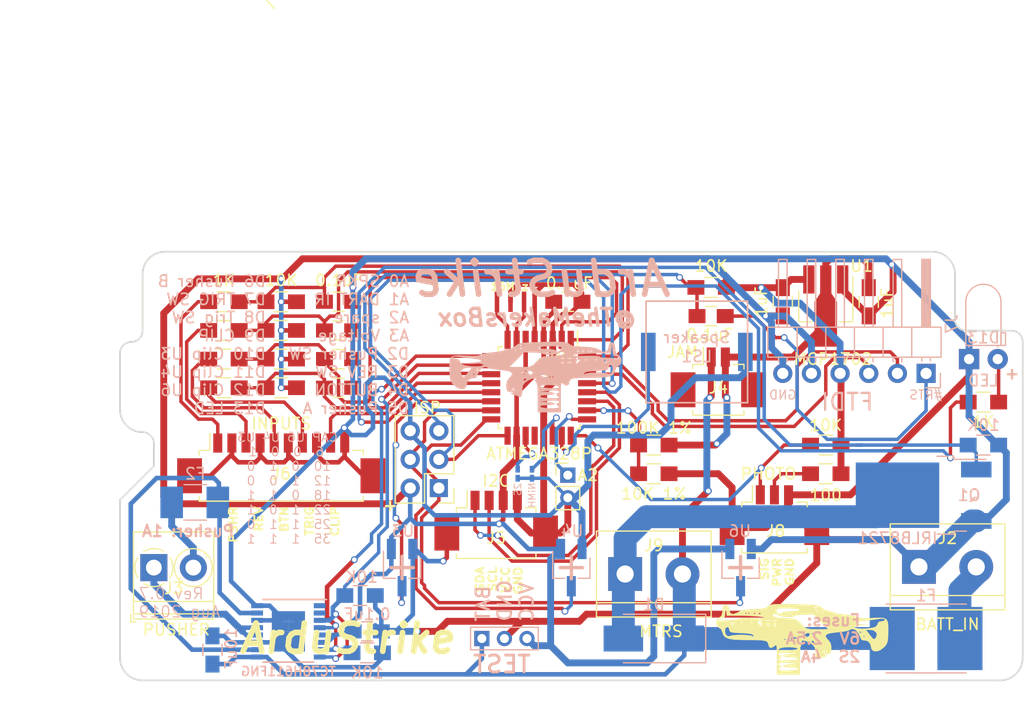
<source format=kicad_pcb>
(kicad_pcb (version 4) (host pcbnew 4.0.6)
  (title_block (date "lun. 30 mars 2015"))
  (layers (0 F.Cu signal) (31 B.Cu signal) (34 B.Paste user) (35 F.Paste user) (36 B.SilkS user) (37 F.SilkS user) (38 B.Mask user) (39 F.Mask user) (44 Edge.Cuts user))
  (net 0 "")
  (net 1 /Reset)
  (net 2 GND)
  (net 3 /A0)
  (net 4 /A1)
  (net 5 /A2)
  (net 6 /A3)
  (net 7 /AREF)
  (net 8 "/A4(SDA)")
  (net 9 "/A5(SCL)")
  (net 10 "/9(**)")
  (net 11 /8)
  (net 12 /7)
  (net 13 "/6(**)")
  (net 14 "/5(**)")
  (net 15 /4)
  (net 16 "/3(**)")
  (net 17 /2)
  (net 18 "/13(SCK)")
  (net 19 "/12(MISO)")
  (net 20 VCC)
  (net 21 "/11(MOSI)")
  (net 22 "/10(SS)")
  (net 23 "Net-(J3-Pad1)")
  (net 24 "/0(Rx)")
  (net 25 "/1(Tx)")
  (net 26 /Vin)
  (net 27 /#RTS)
  (net 28 "Net-(J6-Pad1)")
  (net 29 "Net-(J8-Pad2)")
  (net 30 "Net-(F1-Pad2)")
  (net 31 /BATT)
  (net 32 "Net-(F2-Pad2)")
  (net 33 "Net-(U5-Pad7)")
  (net 34 "Net-(U5-Pad8)")
  (net 35 "Net-(U2-Pad1)")
  (net 36 "Net-(U2-Pad2)")
  (net 37 "Net-(J6-Pad3)")
  (net 38 "Net-(J6-Pad5)")
  (net 39 "Net-(J6-Pad7)")
  (net 40 "Net-(D1-Pad2)")
  (net 41 "Net-(D13-Pad2)")
  (net 42 "Net-(JP1-Pad2)")
  (net 43 "Net-(JP2-Pad2)")
  (net 44 "Net-(F2-Pad1)")
  (module Fuse_SMD1210 (layer B.Cu) (at 137.668 108.585 180)
    (fp_text reference F2 (at 0 2.54 180) (layer B.SilkS) (effects (justify mirror)))
    (fp_text value PTC hide)
    (pad 1 smd rect (at -2 0 90) (size 2.8 2) (layers B.Cu B.Paste B.Mask) (net 44 "Net-(F2-Pad1)"))
    (pad 2 smd rect (at 2.09 0 90) (size 2.8 2) (layers B.Cu B.Paste B.Mask) (net 32 "Net-(F2-Pad2)"))
  )
  (module Pin_Headers:Pin_Header_Angled_1x06_Pitch2.54mm (layer B.Cu) (at 202.438 97.155 90)
    (fp_text reference J7 (at 4.385 2.27 90) (layer B.SilkS) (effects (justify mirror)))
    (fp_text value FTDI)
    (pad 1 thru_hole rect (at 0 0 90) (size 1.7 1.7) (drill 1) (layers *.Cu *.Mask) (net 27 /#RTS))
    (pad 2 thru_hole oval (at 0 -2.54 90) (size 1.7 1.7) (drill 1) (layers *.Cu *.Mask) (net 25 "/1(Tx)"))
    (pad 3 thru_hole oval (at 0 -5.08 90) (size 1.7 1.7) (drill 1) (layers *.Cu *.Mask) (net 24 "/0(Rx)"))
    (pad 4 thru_hole oval (at 0 -7.62 90) (size 1.7 1.7) (drill 1) (layers *.Cu *.Mask) (net 20 VCC))
    (pad 5 thru_hole oval (at 0 -10.16 90) (size 1.7 1.7) (drill 1) (layers *.Cu *.Mask) (net 2 GND))
    (pad 6 thru_hole oval (at 0 -12.7 90) (size 1.7 1.7) (drill 1) (layers *.Cu *.Mask) (net 2 GND))
  )
  (module Fuse_SMD2920 (layer B.Cu) (at 202.438 120.65)
    (fp_text reference F1 (at 0 -3.81) (layer B.SilkS) (effects (justify mirror)))
    (fp_text value PTC)
    (pad 1 smd rect (at -3 0 270) (size 5.6 4) (layers B.Cu B.Paste B.Mask) (net 31 /BATT))
    (pad 2 smd rect (at 3 0 270) (size 5.6 4) (layers B.Cu B.Paste B.Mask) (net 30 "Net-(F1-Pad2)"))
  )
  (module Pin_Headers:Pin_Header_Straight_1x03_Pitch2.00mm (layer B.Cu) (at 163.068 120.65 270)
    (fp_text reference J1 hide)
    (fp_text value TEST (at 2.286 -1.778 360) (layer B.SilkS) (effects (font (size 1.5 1.5) (thickness 0.25)) (justify mirror)))
    (pad 1 thru_hole rect (at 0 0 270) (size 1.35 1.35) (drill 0.8) (layers *.Cu *.Mask) (net 31 /BATT))
    (pad 2 thru_hole oval (at 0 -2 270) (size 1.35 1.35) (drill 0.8) (layers *.Cu *.Mask) (net 2 GND))
    (pad 3 thru_hole oval (at 0 -4 270) (size 1.35 1.35) (drill 0.8) (layers *.Cu *.Mask) (net 20 VCC))
  )
  (module footprints:TerminalBlock_bornier-2_P5.08mm (layer F.Cu) (at 175.768 114.935)
    (fp_text reference J9 (at 2.54 -2.54) (layer F.SilkS))
    (fp_text value MTRS (at 3.175 5.08) (layer F.SilkS))
    (pad 1 thru_hole rect (at 0 0) (size 3 3) (drill 1.52) (layers *.Cu *.Mask) (net 40 "Net-(D1-Pad2)"))
    (pad 2 thru_hole circle (at 5.08 0) (size 3 3) (drill 1.52) (layers *.Cu *.Mask) (net 31 /BATT))
  )
  (module footprints:SolderWirePad_single_2-5mmDrill (layer F.Cu) (at 195.998 114.619)
    (fp_text reference J14 hide)
    (fp_text value NPTH)
    (pad "" np_thru_hole circle (at 0 0) (size 3 3) (drill 3) (layers *.Cu *.Mask))
  )
  (module footprints:RS_left (layer B.Cu) (at 167.767 96.52 180)
    (fp_text reference G*** hide)
    (fp_text value LOGO hide)
  )
  (module footprints:RS_left (layer F.Cu) (at 191.516 119.761)
    (fp_text reference G*** hide)
    (fp_text value LOGO hide)
  )
  (module footprints:TerminalBlock_Phoenix_PT-1,5-2-3.5-H_1x02_P3.50mm_Horizontal (layer F.Cu) (at 133.998 114.365)
    (fp_text reference J3 (at 1.765 1.84) (layer F.SilkS))
    (fp_text value PUSHER (at 2 5.5 180) (layer F.SilkS))
    (pad 1 thru_hole rect (at 0 0) (size 2.4 2.4) (drill 1.4) (layers *.Cu *.Mask) (net 23 "Net-(J3-Pad1)"))
    (pad 2 thru_hole circle (at 3.5 0) (size 2.4 2.4) (drill 1.4) (layers *.Cu *.Mask) (net 32 "Net-(F2-Pad2)"))
  )
  (module Pin_Headers:Pin_Header_Straight_2x03_Pitch2.54mm (layer F.Cu) (at 159.258 107.315 180)
    (fp_text reference CON1 hide)
    (fp_text value ISP (at 1.016 7.112 180) (layer F.SilkS))
    (pad 1 thru_hole rect (at 0 0 180) (size 1.6 1.6) (drill 1) (layers *.Cu *.Mask) (net 19 "/12(MISO)"))
    (pad 2 thru_hole oval (at 2.54 0 180) (size 1.7 1.7) (drill 1) (layers *.Cu *.Mask) (net 20 VCC))
    (pad 3 thru_hole oval (at 0 2.54 180) (size 1.7 1.7) (drill 1) (layers *.Cu *.Mask) (net 18 "/13(SCK)"))
    (pad 4 thru_hole oval (at 2.54 2.54 180) (size 1.7 1.7) (drill 1) (layers *.Cu *.Mask) (net 21 "/11(MOSI)"))
    (pad 5 thru_hole oval (at 0 5.08 180) (size 1.7 1.7) (drill 1) (layers *.Cu *.Mask) (net 1 /Reset))
    (pad 6 thru_hole oval (at 2.54 5.08 180) (size 1.7 1.7) (drill 1) (layers *.Cu *.Mask) (net 2 GND))
  )
  (module footprints:Pin_Header_Straight_1x02_Pitch2.00mm (layer F.Cu) (at 170.688 106.172)
    (fp_text reference J11 hide)
    (fp_text value A2 (at 1.778 0) (layer F.SilkS))
    (pad 1 thru_hole rect (at 0 0) (size 1.35 1.35) (drill 0.8) (layers *.Cu *.Mask) (net 5 /A2))
    (pad 2 thru_hole oval (at 0 2) (size 1.35 1.35) (drill 0.8) (layers *.Cu *.Mask) (net 2 GND))
  )
  (module footprints:TerminalBlock_bornier-2_P5.08mm (layer F.Cu) (at 201.803 114.3)
    (fp_text reference J2 (at 2.54 -2.54) (layer F.SilkS))
    (fp_text value BATT_IN (at 2.54 5.08) (layer F.SilkS))
    (pad 1 thru_hole rect (at 0 0) (size 3 3) (drill 1.52) (layers *.Cu *.Mask) (net 2 GND))
    (pad 2 thru_hole circle (at 5.08 0) (size 3 3) (drill 1.52) (layers *.Cu *.Mask) (net 30 "Net-(F1-Pad2)"))
  )
  (module footprints:C_0805_HandSoldering (layer F.Cu) (at 197.358 90.805 270)
    (fp_text reference C1 hide)
    (fp_text value 1uF (at 0.127 -1.651 270) (layer F.SilkS))
    (pad 1 smd rect (at -1.25 0 270) (size 1.5 1.25) (layers F.Cu F.Paste F.Mask) (net 26 /Vin))
    (pad 2 smd rect (at 1.25 0 270) (size 1.5 1.25) (layers F.Cu F.Paste F.Mask) (net 2 GND))
  )
  (module footprints:C_0805_HandSoldering (layer B.Cu) (at 139.192 121.666 90)
    (fp_text reference C2 hide)
    (fp_text value 10uF (at 0.127 1.651 90) (layer B.SilkS) (effects (justify mirror)))
    (pad 1 smd rect (at -1.25 0 90) (size 1.5 1.25) (layers B.Cu B.Paste B.Mask) (net 31 /BATT))
    (pad 2 smd rect (at 1.25 0 90) (size 1.5 1.25) (layers B.Cu B.Paste B.Mask) (net 2 GND))
  )
  (module footprints:C_0805_HandSoldering (layer B.Cu) (at 152.908 120.015)
    (fp_text reference C3 hide)
    (fp_text value 0.1uF (at 0 -1.524) (layer B.SilkS) (effects (justify mirror)))
    (pad 1 smd rect (at -1.25 0) (size 1.5 1.25) (layers B.Cu B.Paste B.Mask) (net 20 VCC))
    (pad 2 smd rect (at 1.25 0) (size 1.5 1.25) (layers B.Cu B.Paste B.Mask) (net 2 GND))
  )
  (module footprints:C_0805_HandSoldering (layer F.Cu) (at 189.738 90.805 270)
    (fp_text reference C4 hide)
    (fp_text value 1uF (at 0 1.905 270) (layer F.SilkS))
    (pad 1 smd rect (at -1.25 0 270) (size 1.5 1.25) (layers F.Cu F.Paste F.Mask) (net 20 VCC))
    (pad 2 smd rect (at 1.25 0 270) (size 1.5 1.25) (layers F.Cu F.Paste F.Mask) (net 2 GND))
  )
  (module footprints:C_0805_HandSoldering (layer F.Cu) (at 170.688 90.805)
    (fp_text reference C5 hide)
    (fp_text value 0.1uF (at 0.127 -1.651) (layer F.SilkS))
    (pad 1 smd rect (at -1.25 0) (size 1.5 1.25) (layers F.Cu F.Paste F.Mask) (net 20 VCC))
    (pad 2 smd rect (at 1.25 0) (size 1.5 1.25) (layers F.Cu F.Paste F.Mask) (net 2 GND))
  )
  (module footprints:C_0805_HandSoldering (layer F.Cu) (at 150.368 90.805)
    (fp_text reference C6 hide)
    (fp_text value 0.1uF (at 0 -1.905) (layer F.SilkS))
    (pad 1 smd rect (at -1.25 0) (size 1.5 1.25) (layers F.Cu F.Paste F.Mask) (net 17 /2))
    (pad 2 smd rect (at 1.25 0) (size 1.5 1.25) (layers F.Cu F.Paste F.Mask) (net 2 GND))
  )
  (module footprints:C_0805_HandSoldering (layer F.Cu) (at 150.368 93.345)
    (fp_text reference C7 hide)
    (fp_text value 0.1uF hide)
    (pad 1 smd rect (at -1.25 0) (size 1.5 1.25) (layers F.Cu F.Paste F.Mask) (net 16 "/3(**)"))
    (pad 2 smd rect (at 1.25 0) (size 1.5 1.25) (layers F.Cu F.Paste F.Mask) (net 2 GND))
  )
  (module footprints:C_0805_HandSoldering (layer F.Cu) (at 150.368 98.425)
    (fp_text reference C8 hide)
    (fp_text value 0.1uF hide)
    (pad 1 smd rect (at -1.25 0) (size 1.5 1.25) (layers F.Cu F.Paste F.Mask) (net 12 /7))
    (pad 2 smd rect (at 1.25 0) (size 1.5 1.25) (layers F.Cu F.Paste F.Mask) (net 2 GND))
  )
  (module footprints:C_0805_HandSoldering (layer F.Cu) (at 183.388 92.075 180)
    (fp_text reference C9 hide)
    (fp_text value 0.1uF (at 0.127 -1.651 180) (layer F.SilkS))
    (pad 1 smd rect (at -1.25 0 180) (size 1.5 1.25) (layers F.Cu F.Paste F.Mask) (net 27 /#RTS))
    (pad 2 smd rect (at 1.25 0 180) (size 1.5 1.25) (layers F.Cu F.Paste F.Mask) (net 1 /Reset))
  )
  (module footprints:C_0805_HandSoldering (layer F.Cu) (at 150.368 95.885)
    (fp_text reference C10 hide)
    (fp_text value 0.1uF hide)
    (pad 1 smd rect (at -1.25 0) (size 1.5 1.25) (layers F.Cu F.Paste F.Mask) (net 15 /4))
    (pad 2 smd rect (at 1.25 0) (size 1.5 1.25) (layers F.Cu F.Paste F.Mask) (net 2 GND))
  )
  (module footprints:R_0805_HandSoldering (layer B.Cu) (at 152.908 121.92 180)
    (fp_text reference R1 hide)
    (fp_text value 10K (at 0 -1.75 180) (layer B.SilkS) (effects (justify mirror)))
    (pad 1 smd rect (at -1.35 0 180) (size 1.5 1.3) (layers B.Cu B.Paste B.Mask) (net 2 GND))
    (pad 2 smd rect (at 1.35 0 180) (size 1.5 1.3) (layers B.Cu B.Paste B.Mask) (net 14 "/5(**)"))
  )
  (module footprints:R_0805_HandSoldering (layer F.Cu) (at 207.518 99.695)
    (fp_text reference R2 hide)
    (fp_text value 1K (at 0 1.75) (layer F.SilkS))
    (pad 1 smd rect (at -1.35 0) (size 1.5 1.3) (layers F.Cu F.Paste F.Mask) (net 18 "/13(SCK)"))
    (pad 2 smd rect (at 1.35 0) (size 1.5 1.3) (layers F.Cu F.Paste F.Mask) (net 41 "Net-(D13-Pad2)"))
  )
  (module footprints:R_0805_HandSoldering (layer B.Cu) (at 152.273 116.84 180)
    (fp_text reference R3 hide)
    (fp_text value 10K (at -0.127 1.651 180) (layer B.SilkS) (effects (justify mirror)))
    (pad 1 smd rect (at -1.35 0 180) (size 1.5 1.3) (layers B.Cu B.Paste B.Mask) (net 2 GND))
    (pad 2 smd rect (at 1.35 0 180) (size 1.5 1.3) (layers B.Cu B.Paste B.Mask) (net 13 "/6(**)"))
  )
  (module footprints:R_0805_HandSoldering (layer F.Cu) (at 145.288 90.805)
    (fp_text reference R4 hide)
    (fp_text value 10K (at 0 -1.905) (layer F.SilkS))
    (pad 1 smd rect (at -1.35 0) (size 1.5 1.3) (layers F.Cu F.Paste F.Mask) (net 17 /2))
    (pad 2 smd rect (at 1.35 0) (size 1.5 1.3) (layers F.Cu F.Paste F.Mask) (net 20 VCC))
  )
  (module footprints:R_0805_HandSoldering (layer F.Cu) (at 140.208 90.805)
    (fp_text reference R5 hide)
    (fp_text value 1K (at 0 -1.905) (layer F.SilkS))
    (pad 1 smd rect (at -1.35 0) (size 1.5 1.3) (layers F.Cu F.Paste F.Mask) (net 28 "Net-(J6-Pad1)"))
    (pad 2 smd rect (at 1.35 0) (size 1.5 1.3) (layers F.Cu F.Paste F.Mask) (net 17 /2))
  )
  (module footprints:R_0805_HandSoldering (layer F.Cu) (at 145.288 93.345)
    (fp_text reference R6 hide)
    (fp_text value 10K)
    (pad 1 smd rect (at -1.35 0) (size 1.5 1.3) (layers F.Cu F.Paste F.Mask) (net 16 "/3(**)"))
    (pad 2 smd rect (at 1.35 0) (size 1.5 1.3) (layers F.Cu F.Paste F.Mask) (net 20 VCC))
  )
  (module footprints:R_0805_HandSoldering (layer F.Cu) (at 140.208 93.345)
    (fp_text reference R7 hide)
    (fp_text value 1K)
    (pad 1 smd rect (at -1.35 0) (size 1.5 1.3) (layers F.Cu F.Paste F.Mask) (net 37 "Net-(J6-Pad3)"))
    (pad 2 smd rect (at 1.35 0) (size 1.5 1.3) (layers F.Cu F.Paste F.Mask) (net 16 "/3(**)"))
  )
  (module footprints:R_0805_HandSoldering (layer F.Cu) (at 178.308 103.505)
    (fp_text reference R8 hide)
    (fp_text value "100K 1%" (at 0 -1.524) (layer F.SilkS))
    (pad 1 smd rect (at -1.35 0) (size 1.5 1.3) (layers F.Cu F.Paste F.Mask) (net 6 /A3))
    (pad 2 smd rect (at 1.35 0) (size 1.5 1.3) (layers F.Cu F.Paste F.Mask) (net 26 /Vin))
  )
  (module footprints:R_0805_HandSoldering (layer B.Cu) (at 207.518 103.505 180)
    (fp_text reference R9 hide)
    (fp_text value 10K (at 0 1.778 180) (layer B.SilkS) (effects (justify mirror)))
    (pad 1 smd rect (at -1.35 0 180) (size 1.5 1.3) (layers B.Cu B.Paste B.Mask) (net 2 GND))
    (pad 2 smd rect (at 1.35 0 180) (size 1.5 1.3) (layers B.Cu B.Paste B.Mask) (net 10 "/9(**)"))
  )
  (module footprints:R_0805_HandSoldering (layer F.Cu) (at 145.288 98.425)
    (fp_text reference R10 hide)
    (fp_text value 10K)
    (pad 1 smd rect (at -1.35 0) (size 1.5 1.3) (layers F.Cu F.Paste F.Mask) (net 12 /7))
    (pad 2 smd rect (at 1.35 0) (size 1.5 1.3) (layers F.Cu F.Paste F.Mask) (net 20 VCC))
  )
  (module footprints:R_0805_HandSoldering (layer F.Cu) (at 140.208 98.425)
    (fp_text reference R11 hide)
    (fp_text value 1K)
    (pad 1 smd rect (at -1.35 0) (size 1.5 1.3) (layers F.Cu F.Paste F.Mask) (net 39 "Net-(J6-Pad7)"))
    (pad 2 smd rect (at 1.35 0) (size 1.5 1.3) (layers F.Cu F.Paste F.Mask) (net 12 /7))
  )
  (module footprints:R_0805_HandSoldering (layer F.Cu) (at 178.308 106.045)
    (fp_text reference R12 hide)
    (fp_text value "10K 1%" (at 0 1.778) (layer F.SilkS))
    (pad 1 smd rect (at -1.35 0) (size 1.5 1.3) (layers F.Cu F.Paste F.Mask) (net 6 /A3))
    (pad 2 smd rect (at 1.35 0) (size 1.5 1.3) (layers F.Cu F.Paste F.Mask) (net 2 GND))
  )
  (module footprints:R_0805_HandSoldering (layer F.Cu) (at 183.388 89.535)
    (fp_text reference R17 hide)
    (fp_text value 10K (at 0 -1.905) (layer F.SilkS))
    (pad 1 smd rect (at -1.35 0) (size 1.5 1.3) (layers F.Cu F.Paste F.Mask) (net 1 /Reset))
    (pad 2 smd rect (at 1.35 0) (size 1.5 1.3) (layers F.Cu F.Paste F.Mask) (net 20 VCC))
  )
  (module footprints:R_0805_HandSoldering (layer F.Cu) (at 140.208 95.885)
    (fp_text reference R18 hide)
    (fp_text value 1K)
    (pad 1 smd rect (at -1.35 0) (size 1.5 1.3) (layers F.Cu F.Paste F.Mask) (net 38 "Net-(J6-Pad5)"))
    (pad 2 smd rect (at 1.35 0) (size 1.5 1.3) (layers F.Cu F.Paste F.Mask) (net 15 /4))
  )
  (module footprints:R_0805_HandSoldering (layer F.Cu) (at 145.288 95.885)
    (fp_text reference R19 hide)
    (fp_text value 10K)
    (pad 1 smd rect (at -1.35 0) (size 1.5 1.3) (layers F.Cu F.Paste F.Mask) (net 15 /4))
    (pad 2 smd rect (at 1.35 0) (size 1.5 1.3) (layers F.Cu F.Paste F.Mask) (net 20 VCC))
  )
  (module footprints:R_0805_HandSoldering (layer F.Cu) (at 193.548 103.505 180)
    (fp_text reference R20 hide)
    (fp_text value 10K (at 0 1.75 180) (layer F.SilkS))
    (pad 1 smd rect (at -1.35 0 180) (size 1.5 1.3) (layers F.Cu F.Paste F.Mask) (net 20 VCC))
    (pad 2 smd rect (at 1.35 0 180) (size 1.5 1.3) (layers F.Cu F.Paste F.Mask) (net 4 /A1))
  )
  (module footprints:R_0805_HandSoldering (layer F.Cu) (at 193.548 106.045 180)
    (fp_text reference R21 hide)
    (fp_text value 100 (at 0 -1.905 180) (layer F.SilkS))
    (pad 1 smd rect (at -1.35 0 180) (size 1.5 1.3) (layers F.Cu F.Paste F.Mask) (net 20 VCC))
    (pad 2 smd rect (at 1.35 0 180) (size 1.5 1.3) (layers F.Cu F.Paste F.Mask) (net 29 "Net-(J8-Pad2)"))
  )
  (module TO_SOT_Packages_SMD:SOT-89-3_Handsoldering (layer F.Cu) (at 193.548 90.805 270)
    (fp_text reference U1 (at -3.175 -3.175 360) (layer F.SilkS))
    (fp_text value MCP1702 (at 5.08 -0.635 360) (layer F.SilkS))
    (pad 1 smd rect (at -1.98 -1.5 180) (size 1 2.5) (layers F.Cu F.Paste F.Mask) (net 2 GND))
    (pad 2 smd rect (at -1.98 0 180) (size 1 2.5) (layers F.Cu F.Paste F.Mask) (net 26 /Vin))
    (pad 3 smd rect (at -1.98 1.5 180) (size 1 2.5) (layers F.Cu F.Paste F.Mask) (net 20 VCC))
    (pad 2 smd rect (at 1.98 0 180) (size 2 4) (layers F.Cu F.Paste F.Mask) (net 26 /Vin))
    (pad 2 smd trapezoid (at -0.37 0) (size 1.5 0.75) (rect_delta 0 0.5) (layers F.Cu F.Paste F.Mask) (net 26 /Vin))
  )
  (module TO_SOT_Packages_SMD:SC-59_Handsoldering (layer B.Cu) (at 155.998 114.365 270)
    (fp_text reference U3 (at -3.24 -0.085 360) (layer B.SilkS) (effects (justify mirror)))
    (fp_text value "HALL SENSOR")
    (pad 1 smd rect (at -1.65 0.95 270) (size 1.8 0.8) (layers B.Cu B.Paste B.Mask) (net 20 VCC))
    (pad 2 smd rect (at -1.65 -0.95 270) (size 1.8 0.8) (layers B.Cu B.Paste B.Mask) (net 2 GND))
    (pad 3 smd rect (at 1.65 0 270) (size 1.8 0.8) (layers B.Cu B.Paste B.Mask) (net 22 "/10(SS)"))
  )
  (module TO_SOT_Packages_SMD:SC-59_Handsoldering (layer B.Cu) (at 170.998 114.365 270)
    (fp_text reference U4 (at -3.24 -0.071 360) (layer B.SilkS) (effects (justify mirror)))
    (fp_text value "HALL SENSOR")
    (pad 1 smd rect (at -1.65 0.95 270) (size 1.8 0.8) (layers B.Cu B.Paste B.Mask) (net 20 VCC))
    (pad 2 smd rect (at -1.65 -0.95 270) (size 1.8 0.8) (layers B.Cu B.Paste B.Mask) (net 2 GND))
    (pad 3 smd rect (at 1.65 0 270) (size 1.8 0.8) (layers B.Cu B.Paste B.Mask) (net 21 "/11(MOSI)"))
  )
  (module Housings_QFP:TQFP-32_7x7mm_Pitch0.8mm (layer F.Cu) (at 168.148 98.425 270)
    (fp_text reference U5 (at -2.54 -1.905 360) (layer F.SilkS))
    (fp_text value ATMEGA328P (at 5.842 0 360) (layer F.SilkS))
    (pad 1 smd rect (at -4.25 -2.8 270) (size 1.6 0.55) (layers F.Cu F.Paste F.Mask) (net 16 "/3(**)"))
    (pad 2 smd rect (at -4.25 -2 270) (size 1.6 0.55) (layers F.Cu F.Paste F.Mask) (net 15 /4))
    (pad 3 smd rect (at -4.25 -1.2 270) (size 1.6 0.55) (layers F.Cu F.Paste F.Mask) (net 2 GND))
    (pad 4 smd rect (at -4.25 -0.4 270) (size 1.6 0.55) (layers F.Cu F.Paste F.Mask) (net 20 VCC))
    (pad 5 smd rect (at -4.25 0.4 270) (size 1.6 0.55) (layers F.Cu F.Paste F.Mask) (net 2 GND))
    (pad 6 smd rect (at -4.25 1.2 270) (size 1.6 0.55) (layers F.Cu F.Paste F.Mask) (net 20 VCC))
    (pad 7 smd rect (at -4.25 2 270) (size 1.6 0.55) (layers F.Cu F.Paste F.Mask) (net 33 "Net-(U5-Pad7)"))
    (pad 8 smd rect (at -4.25 2.8 270) (size 1.6 0.55) (layers F.Cu F.Paste F.Mask) (net 34 "Net-(U5-Pad8)"))
    (pad 9 smd rect (at -2.8 4.25) (size 1.6 0.55) (layers F.Cu F.Paste F.Mask) (net 14 "/5(**)"))
    (pad 10 smd rect (at -2 4.25) (size 1.6 0.55) (layers F.Cu F.Paste F.Mask) (net 13 "/6(**)"))
    (pad 11 smd rect (at -1.2 4.25) (size 1.6 0.55) (layers F.Cu F.Paste F.Mask) (net 12 /7))
    (pad 12 smd rect (at -0.4 4.25) (size 1.6 0.55) (layers F.Cu F.Paste F.Mask) (net 11 /8))
    (pad 13 smd rect (at 0.4 4.25) (size 1.6 0.55) (layers F.Cu F.Paste F.Mask) (net 10 "/9(**)"))
    (pad 14 smd rect (at 1.2 4.25) (size 1.6 0.55) (layers F.Cu F.Paste F.Mask) (net 22 "/10(SS)"))
    (pad 15 smd rect (at 2 4.25) (size 1.6 0.55) (layers F.Cu F.Paste F.Mask) (net 21 "/11(MOSI)"))
    (pad 16 smd rect (at 2.8 4.25) (size 1.6 0.55) (layers F.Cu F.Paste F.Mask) (net 19 "/12(MISO)"))
    (pad 17 smd rect (at 4.25 2.8 270) (size 1.6 0.55) (layers F.Cu F.Paste F.Mask) (net 18 "/13(SCK)"))
    (pad 18 smd rect (at 4.25 2 270) (size 1.6 0.55) (layers F.Cu F.Paste F.Mask) (net 20 VCC))
    (pad 19 smd rect (at 4.25 1.2 270) (size 1.6 0.55) (layers F.Cu F.Paste F.Mask) (net 42 "Net-(JP1-Pad2)"))
    (pad 20 smd rect (at 4.25 0.4 270) (size 1.6 0.55) (layers F.Cu F.Paste F.Mask) (net 7 /AREF))
    (pad 21 smd rect (at 4.25 -0.4 270) (size 1.6 0.55) (layers F.Cu F.Paste F.Mask) (net 2 GND))
    (pad 22 smd rect (at 4.25 -1.2 270) (size 1.6 0.55) (layers F.Cu F.Paste F.Mask) (net 43 "Net-(JP2-Pad2)"))
    (pad 23 smd rect (at 4.25 -2 270) (size 1.6 0.55) (layers F.Cu F.Paste F.Mask) (net 3 /A0))
    (pad 24 smd rect (at 4.25 -2.8 270) (size 1.6 0.55) (layers F.Cu F.Paste F.Mask) (net 4 /A1))
    (pad 25 smd rect (at 2.8 -4.25) (size 1.6 0.55) (layers F.Cu F.Paste F.Mask) (net 5 /A2))
    (pad 26 smd rect (at 2 -4.25) (size 1.6 0.55) (layers F.Cu F.Paste F.Mask) (net 6 /A3))
    (pad 27 smd rect (at 1.2 -4.25) (size 1.6 0.55) (layers F.Cu F.Paste F.Mask) (net 8 "/A4(SDA)"))
    (pad 28 smd rect (at 0.4 -4.25) (size 1.6 0.55) (layers F.Cu F.Paste F.Mask) (net 9 "/A5(SCL)"))
    (pad 29 smd rect (at -0.4 -4.25) (size 1.6 0.55) (layers F.Cu F.Paste F.Mask) (net 1 /Reset))
    (pad 30 smd rect (at -1.2 -4.25) (size 1.6 0.55) (layers F.Cu F.Paste F.Mask) (net 24 "/0(Rx)"))
    (pad 31 smd rect (at -2 -4.25) (size 1.6 0.55) (layers F.Cu F.Paste F.Mask) (net 25 "/1(Tx)"))
    (pad 32 smd rect (at -2.8 -4.25) (size 1.6 0.55) (layers F.Cu F.Paste F.Mask) (net 17 /2))
  )
  (module TO_SOT_Packages_SMD:SC-59_Handsoldering (layer B.Cu) (at 185.998 114.365 270)
    (fp_text reference U6 (at -3.24 0.07 360) (layer B.SilkS) (effects (justify mirror)))
    (fp_text value "HALL SENSOR")
    (pad 1 smd rect (at -1.65 0.95 270) (size 1.8 0.8) (layers B.Cu B.Paste B.Mask) (net 20 VCC))
    (pad 2 smd rect (at -1.65 -0.95 270) (size 1.8 0.8) (layers B.Cu B.Paste B.Mask) (net 2 GND))
    (pad 3 smd rect (at 1.65 0 270) (size 1.8 0.8) (layers B.Cu B.Paste B.Mask) (net 19 "/12(MISO)"))
  )
  (module footprints:Resonator_SMD_CTSC_1.3mmx3.2mm (layer F.Cu) (at 165.608 90.805)
    (fp_text reference Y1 hide)
    (fp_text value 16Mhz (at -0.089803 -1.347038) (layer F.SilkS) (effects (font (size 0.7 0.7))))
    (pad 1 smd rect (at -1.2 0) (size 0.4 1.8) (layers F.Cu F.Paste F.Mask) (net 34 "Net-(U5-Pad8)"))
    (pad 2 smd rect (at 0 0) (size 0.4 1.8) (layers F.Cu F.Paste F.Mask) (net 2 GND))
    (pad 3 smd rect (at 1.2 0) (size 0.4 1.8) (layers F.Cu F.Paste F.Mask) (net 33 "Net-(U5-Pad7)"))
  )
  (module footprints:TO-252-2_hand_soldering (layer B.Cu) (at 202.438 107.95 180)
    (fp_text reference Q1 (at -3.81 0 180) (layer B.SilkS) (effects (justify mirror)))
    (fp_text value IRLB8721 (at 2.54 -3.81 180) (layer B.SilkS) (effects (justify mirror)))
    (pad 1 smd rect (at -4.45 2.28 180) (size 2.7 1.4) (layers B.Cu B.Paste B.Mask) (net 10 "/9(**)"))
    (pad 3 smd rect (at -4.45 -2.28 180) (size 2.7 1.4) (layers B.Cu B.Paste B.Mask) (net 2 GND))
    (pad 2 smd rect (at 2.532 0 180) (size 7.4 5.8) (layers B.Cu B.Mask) (net 40 "Net-(D1-Pad2)"))
  )
  (module Diodes_SMD:D_SMB_Handsoldering (layer B.Cu) (at 178.308 120.65 180)
    (fp_text reference D1 (at 0 3 180) (layer B.SilkS) (effects (justify mirror)))
    (fp_text value KICKBACK)
    (pad 1 smd rect (at -2.7 0 180) (size 3.5 2.3) (layers B.Cu B.Paste B.Mask) (net 31 /BATT))
    (pad 2 smd rect (at 2.7 0 180) (size 3.5 2.3) (layers B.Cu B.Paste B.Mask) (net 40 "Net-(D1-Pad2)"))
  )
  (module Connectors_Molex:Molex_PicoBlade_53261-0471_04x1.25mm_Angled (layer F.Cu) (at 164.338 109.855)
    (fp_text reference J5 (at 0 1.905) (layer F.SilkS))
    (fp_text value I2C (at 0 -3.175) (layer F.SilkS))
    (pad 1 smd rect (at -1.875 -1.45) (size 0.8 1.7) (layers F.Cu F.Paste F.Mask) (net 8 "/A4(SDA)"))
    (pad 2 smd rect (at -0.625 -1.45) (size 0.8 1.7) (layers F.Cu F.Paste F.Mask) (net 9 "/A5(SCL)"))
    (pad 3 smd rect (at 0.625 -1.45) (size 0.8 1.7) (layers F.Cu F.Paste F.Mask) (net 20 VCC))
    (pad 4 smd rect (at 1.875 -1.45) (size 0.8 1.7) (layers F.Cu F.Paste F.Mask) (net 2 GND))
    (pad 4 smd rect (at -4.375 1.45) (size 2.2 3.1) (layers F.Cu F.Paste F.Mask) (net 2 GND))
    (pad 4 smd rect (at 4.375 1.45) (size 2.2 3.1) (layers F.Cu F.Paste F.Mask) (net 2 GND))
  )
  (module Housings_SSOP:TSSOP-16-1EP_4.4x5mm_Pitch0.65mm (layer B.Cu) (at 145.923 120.015 180)
    (fp_text reference U2 hide)
    (fp_text value TC78H611FNG (at 0 -3.55 180) (layer B.SilkS) (effects (font (size 0.8 0.8)) (justify mirror)))
    (pad 1 smd rect (at -2.775 2.275 180) (size 1.05 0.45) (layers B.Cu B.Paste B.Mask) (net 35 "Net-(U2-Pad1)"))
    (pad 2 smd rect (at -2.775 1.625 180) (size 1.05 0.45) (layers B.Cu B.Paste B.Mask) (net 36 "Net-(U2-Pad2)"))
    (pad 3 smd rect (at -2.775 0.975 180) (size 1.05 0.45) (layers B.Cu B.Paste B.Mask) (net 13 "/6(**)"))
    (pad 4 smd rect (at -2.775 0.325 180) (size 1.05 0.45) (layers B.Cu B.Paste B.Mask) (net 14 "/5(**)"))
    (pad 5 smd rect (at -2.775 -0.325 180) (size 1.05 0.45) (layers B.Cu B.Paste B.Mask) (net 20 VCC))
    (pad 6 smd rect (at -2.775 -0.975 180) (size 1.05 0.45) (layers B.Cu B.Paste B.Mask) (net 20 VCC))
    (pad 7 smd rect (at -2.775 -1.625 180) (size 1.05 0.45) (layers B.Cu B.Paste B.Mask) (net 14 "/5(**)"))
    (pad 8 smd rect (at -2.775 -2.275 180) (size 1.05 0.45) (layers B.Cu B.Paste B.Mask) (net 13 "/6(**)"))
    (pad 9 smd rect (at 2.775 -2.275 180) (size 1.05 0.45) (layers B.Cu B.Paste B.Mask) (net 31 /BATT))
    (pad 10 smd rect (at 2.775 -1.625 180) (size 1.05 0.45) (layers B.Cu B.Paste B.Mask) (net 44 "Net-(F2-Pad1)"))
    (pad 11 smd rect (at 2.775 -0.975 180) (size 1.05 0.45) (layers B.Cu B.Paste B.Mask) (net 2 GND))
    (pad 12 smd rect (at 2.775 -0.325 180) (size 1.05 0.45) (layers B.Cu B.Paste B.Mask) (net 23 "Net-(J3-Pad1)"))
    (pad 13 smd rect (at 2.775 0.325 180) (size 1.05 0.45) (layers B.Cu B.Paste B.Mask) (net 23 "Net-(J3-Pad1)"))
    (pad 14 smd rect (at 2.775 0.975 180) (size 1.05 0.45) (layers B.Cu B.Paste B.Mask) (net 2 GND))
    (pad 15 smd rect (at 2.775 1.625 180) (size 1.05 0.45) (layers B.Cu B.Paste B.Mask) (net 44 "Net-(F2-Pad1)"))
    (pad 16 smd rect (at 2.775 2.275 180) (size 1.05 0.45) (layers B.Cu B.Paste B.Mask) (net 2 GND))
    (pad 16 smd rect (at 0.735 -1.3425 180) (size 1.47 0.895) (layers B.Cu B.Paste B.Mask) (net 2 GND))
    (pad 16 smd rect (at 0.735 -0.4475 180) (size 1.47 0.895) (layers B.Cu B.Paste B.Mask) (net 2 GND))
    (pad 16 smd rect (at 0.735 0.4475 180) (size 1.47 0.895) (layers B.Cu B.Paste B.Mask) (net 2 GND))
    (pad 16 smd rect (at 0.735 1.3425 180) (size 1.47 0.895) (layers B.Cu B.Paste B.Mask) (net 2 GND))
    (pad 16 smd rect (at -0.735 -1.3425 180) (size 1.47 0.895) (layers B.Cu B.Paste B.Mask) (net 2 GND))
    (pad 16 smd rect (at -0.735 -0.4475 180) (size 1.47 0.895) (layers B.Cu B.Paste B.Mask) (net 2 GND))
    (pad 16 smd rect (at -0.735 0.4475 180) (size 1.47 0.895) (layers B.Cu B.Paste B.Mask) (net 2 GND))
    (pad 16 smd rect (at -0.735 1.3425 180) (size 1.47 0.895) (layers B.Cu B.Paste B.Mask) (net 2 GND))
  )
  (module Connectors_Molex:Molex_PicoBlade_53261-0271_02x1.25mm_Angled (layer F.Cu) (at 184.023 97.155)
    (fp_text reference J4 (at 0 1.27) (layer F.SilkS))
    (fp_text value JAM (at -3.175 -1.905) (layer F.SilkS))
    (pad 1 smd rect (at -0.625 -1.45) (size 0.8 1.7) (layers F.Cu F.Paste F.Mask) (net 31 /BATT))
    (pad 2 smd rect (at 0.625 -1.45) (size 0.8 1.7) (layers F.Cu F.Paste F.Mask) (net 26 /Vin))
    (pad "" smd rect (at -3.125 1.45) (size 2.2 3.1) (layers F.Cu F.Paste F.Mask))
    (pad "" smd rect (at 3.125 1.45) (size 2.2 3.1) (layers F.Cu F.Paste F.Mask))
  )
  (module footprints:SolderWirePad_single_2-5mmDrill (layer F.Cu) (at 145.998 114.619)
    (fp_text reference J14 hide)
    (fp_text value NPTH)
    (pad "" np_thru_hole circle (at 0 0) (size 3 3) (drill 3) (layers *.Cu *.Mask))
  )
  (module footprints:PS1240_piezo (layer B.Cu) (at 182.118 95.25)
    (fp_text reference LS1 (at 0 0.4) (layer B.SilkS) (effects (justify mirror)))
    (fp_text value Speaker (at 0 -1.3) (layer B.SilkS) (effects (justify mirror)))
    (pad 1 smd rect (at -4.3 0) (size 1.3 3.4) (layers B.Cu B.Paste B.Mask) (net 3 /A0))
    (pad 2 smd rect (at 4.3 0) (size 1.3 3.4) (layers B.Cu B.Paste B.Mask) (net 2 GND))
  )
  (module Connectors_Molex:Molex_PicoBlade_53261-0371_03x1.25mm_Angled (layer F.Cu) (at 188.998 109.365)
    (fp_text reference J8 (at 0.105 1.76) (layer F.SilkS))
    (fp_text value PHOTO (at -0.53 -3.32) (layer F.SilkS))
    (pad 1 smd rect (at -1.25 -1.45) (size 0.8 1.7) (layers F.Cu F.Paste F.Mask) (net 4 /A1))
    (pad 2 smd rect (at 0 -1.45) (size 0.8 1.7) (layers F.Cu F.Paste F.Mask) (net 29 "Net-(J8-Pad2)"))
    (pad 3 smd rect (at 1.25 -1.45) (size 0.8 1.7) (layers F.Cu F.Paste F.Mask) (net 2 GND))
    (pad 3 smd rect (at -3.75 1.45) (size 2.2 3.1) (layers F.Cu F.Paste F.Mask) (net 2 GND))
    (pad 3 smd rect (at 3.75 1.45) (size 2.2 3.1) (layers F.Cu F.Paste F.Mask) (net 2 GND))
  )
  (module Connectors_Molex:Molex_PicoBlade_53261-1071_10x1.25mm_Angled (layer F.Cu) (at 145.288 104.775)
    (fp_text reference J6 (at 0 1.27) (layer F.SilkS))
    (fp_text value INPUTS (at 0 -3.175) (layer F.SilkS))
    (pad 1 smd rect (at -5.625 -1.45) (size 0.8 1.7) (layers F.Cu F.Paste F.Mask) (net 28 "Net-(J6-Pad1)"))
    (pad 2 smd rect (at -4.375 -1.45) (size 0.8 1.7) (layers F.Cu F.Paste F.Mask) (net 2 GND))
    (pad 3 smd rect (at -3.125 -1.45) (size 0.8 1.7) (layers F.Cu F.Paste F.Mask) (net 37 "Net-(J6-Pad3)"))
    (pad 4 smd rect (at -1.875 -1.45) (size 0.8 1.7) (layers F.Cu F.Paste F.Mask) (net 2 GND))
    (pad 5 smd rect (at -0.625 -1.45) (size 0.8 1.7) (layers F.Cu F.Paste F.Mask) (net 38 "Net-(J6-Pad5)"))
    (pad 6 smd rect (at 0.625 -1.45) (size 0.8 1.7) (layers F.Cu F.Paste F.Mask) (net 2 GND))
    (pad 7 smd rect (at 1.875 -1.45) (size 0.8 1.7) (layers F.Cu F.Paste F.Mask) (net 39 "Net-(J6-Pad7)"))
    (pad 8 smd rect (at 3.125 -1.45) (size 0.8 1.7) (layers F.Cu F.Paste F.Mask) (net 2 GND))
    (pad 9 smd rect (at 4.375 -1.45) (size 0.8 1.7) (layers F.Cu F.Paste F.Mask) (net 11 /8))
    (pad 10 smd rect (at 5.625 -1.45) (size 0.8 1.7) (layers F.Cu F.Paste F.Mask) (net 2 GND))
    (pad 10 smd rect (at -8.125 1.45) (size 2.2 3.1) (layers F.Cu F.Paste F.Mask) (net 2 GND))
    (pad 10 smd rect (at 8.125 1.45) (size 2.2 3.1) (layers F.Cu F.Paste F.Mask) (net 2 GND))
  )
  (module footprints:LED_D3.0mm_Horizontal_O1.27mm_Z10.0mm (layer B.Cu) (at 206.248 95.885)
    (fp_text reference D13 (at 1.27 -1.905) (layer B.SilkS) (effects (justify mirror)))
    (fp_text value LED (at 1.27 1.905) (layer B.SilkS) (effects (justify mirror)))
    (pad 1 thru_hole rect (at 0 0) (size 1.8 1.8) (drill 0.9) (layers *.Cu *.Mask) (net 2 GND))
    (pad 2 thru_hole circle (at 2.54 0) (size 1.8 1.8) (drill 0.9) (layers *.Cu *.Mask) (net 41 "Net-(D13-Pad2)"))
  )
  (module footprints:JMPR (layer B.Cu) (at 166.243 106.045 90)
    (fp_text reference JP1 hide)
    (fp_text value 2S (at -1.397 0 90) (layer B.SilkS) (effects (font (size 0.6 0.6) (thickness 0.075)) (justify mirror)))
    (pad 1 smd rect (at -0.4 0 90) (size 0.6 0.4) (layers B.Cu B.Paste B.Mask) (net 2 GND))
    (pad 2 smd rect (at 0.4 0 90) (size 0.6 0.4) (layers B.Cu B.Paste B.Mask) (net 42 "Net-(JP1-Pad2)"))
  )
  (module footprints:JMPR (layer B.Cu) (at 167.513 106.045 90)
    (fp_text reference JP2 hide)
    (fp_text value NiMH (at -1.905 0 270) (layer B.SilkS) (effects (font (size 0.6 0.6) (thickness 0.075)) (justify mirror)))
    (pad 1 smd rect (at -0.4 0 90) (size 0.6 0.4) (layers B.Cu B.Paste B.Mask) (net 2 GND))
    (pad 2 smd rect (at 0.4 0 90) (size 0.6 0.4) (layers B.Cu B.Paste B.Mask) (net 43 "Net-(JP2-Pad2)"))
  )
  (gr_text "Pusher: 1A" (at 137.033 111.125) (layer B.SilkS) (effects (font (size 1 1) (thickness 0.2)) (justify mirror)))
  (gr_text "Fuses:\n6V  2.5A\n2S  4A" (at 196.723 120.65) (layer B.SilkS) (effects (font (size 1 1) (thickness 0.2)) (justify left mirror)))
  (gr_text "CAP U6 U4 U3\n  6  0  0  1\n 10  0  1  0\n 12  1  0  0\n 18  0  1  1\n 22  1  0  1\n 25  1  1  0\n 35  1  1  1" (at 150.368 107.315) (layer B.SilkS) (effects (font (size 0.8 0.8) (thickness 0.1)) (justify left mirror)))
  (gr_text "BAT\nGND\nVCC" (at 165.1 119.253 90) (layer B.SilkS) (effects (font (size 1.2 1.2) (thickness 0.2)) (justify right mirror)))
  (gr_text "SIG\nPWR\nGND" (at 189.23 113.411 90) (layer F.SilkS) (effects (font (size 0.7 0.8) (thickness 0.175)) (justify right)))
  (gr_text "SDA\nSCL\nVCC\nGND" (at 164.592 114.173 90) (layer F.SilkS) (effects (font (size 0.7 0.8) (thickness 0.175)) (justify right)))
  (gr_text "PSHR\n\nREV\n\nBTN\n\nTRIG\n\nCLIP" (at 145.542 108.839 90) (layer F.SilkS) (effects (font (size 0.7 0.8) (thickness 0.175)) (justify right)))
  (gr_text + (at 154.94 108.839) (layer F.SilkS) (effects (font (size 1 1) (thickness 0.2))))
  (gr_line (start 184.998 114.365) (end 186.998 114.365) (angle 90) (layer B.SilkS) (width 0.3))
  (gr_line (start 185.998 113.365) (end 185.998 115.365) (angle 90) (layer B.SilkS) (width 0.3))
  (gr_line (start 169.998 114.365) (end 171.998 114.365) (angle 90) (layer B.SilkS) (width 0.3))
  (gr_line (start 170.998 113.365) (end 170.998 115.365) (angle 90) (layer B.SilkS) (width 0.3))
  (gr_line (start 154.998 114.365) (end 156.998 114.365) (angle 90) (layer B.SilkS) (width 0.3))
  (gr_line (start 155.998 113.365) (end 155.998 115.365) (angle 90) (layer B.SilkS) (width 0.3))
  (gr_line (start 144.018 64.135) (end 144.653 64.77) (angle 90) (layer F.SilkS) (width 0.15))
  (gr_text "#RTS" (at 202.438 99.06) (layer B.SilkS) (effects (font (size 0.8 0.8) (thickness 0.1)) (justify mirror)))
  (gr_line (start 130.998 122.365) (end 130.998 108.365) (angle 90) (layer Edge.Cuts) (width 0.15))
  (gr_line (start 210.998 122.365) (end 210.998 94.365) (angle 90) (layer Edge.Cuts) (width 0.15))
  (gr_text "D6 Pusher B\nD7 TRIG SW\nD8 Trig SW\nD9 CLIP\nD10 Clip U3\nD11 Clip U4\nD12 Clip U6\nD13 LED\n" (at 144.018 94.615) (layer B.SilkS) (effects (font (size 1 1)) (justify left mirror)))
  (gr_text + (at 210.058 97.155) (layer B.SilkS) (effects (font (size 1 1) (thickness 0.2)) (justify mirror)))
  (gr_text + (at 210.058 97.155) (layer F.SilkS) (effects (font (size 1 1) (thickness 0.2))))
  (gr_text ArduStrike (at 141.351 120.65) (layer F.SilkS) (effects (font (size 2.5 2.5) (thickness 0.5) italic) (justify left)))
  (gr_arc (start 132.998 103.365) (end 132.998 102.365) (angle 90) (layer Edge.Cuts) (width 0.15))
  (gr_line (start 130.998 100.365) (end 130.998 95.365) (angle 90) (layer Edge.Cuts) (width 0.15))
  (gr_arc (start 132.998 122.365) (end 132.998 124.365) (angle 90) (layer Edge.Cuts) (width 0.15))
  (gr_line (start 132.998 124.365) (end 208.998 124.365) (angle 90) (layer Edge.Cuts) (width 0.15))
  (gr_arc (start 208.998 122.365) (end 210.998 122.365) (angle 90) (layer Edge.Cuts) (width 0.15))
  (gr_line (start 204.998 88.365) (end 204.998 90.365) (angle 90) (layer Edge.Cuts) (width 0.15))
  (gr_arc (start 202.998 88.365) (end 202.998 86.365) (angle 90) (layer Edge.Cuts) (width 0.15))
  (gr_line (start 134.998 86.365) (end 202.998 86.365) (angle 90) (layer Edge.Cuts) (width 0.15))
  (gr_line (start 132.998 93.365) (end 132.998 88.365) (angle 90) (layer Edge.Cuts) (width 0.15))
  (gr_arc (start 134.998 88.365) (end 132.998 88.365) (angle 90) (layer Edge.Cuts) (width 0.15))
  (gr_arc (start 131.998 93.365) (end 132.998 93.365) (angle 90) (layer Edge.Cuts) (width 0.15))
  (gr_arc (start 131.998 95.365) (end 130.998 95.365) (angle 90) (layer Edge.Cuts) (width 0.15))
  (gr_arc (start 132.998 100.365) (end 132.998 102.365) (angle 90) (layer Edge.Cuts) (width 0.15))
  (gr_line (start 133.998 103.365) (end 133.998 105.365) (angle 90) (layer Edge.Cuts) (width 0.15))
  (gr_text "A0 SPKR\nA1 DART IR\nA2 spare\nA3 Voltage\nD2 Pusher SW\nD3 REV SW\nD4 BUTTON\nD5 Pusher A" (at 156.718 94.615) (layer B.SilkS) (effects (font (size 1 1)) (justify left mirror)))
  (gr_text FTDI (at 195.453 99.695) (layer B.SilkS) (effects (font (size 1.5 1.5) (thickness 0.2)) (justify mirror)))
  (gr_text GND (at 189.738 99.06) (layer B.SilkS) (effects (font (size 0.8 0.8) (thickness 0.1)) (justify mirror)))
  (gr_text @TheMakersBox (at 168.021 92.202) (layer B.SilkS) (effects (font (size 1.5 1.5) (thickness 0.3) italic) (justify mirror)))
  (gr_text ArduStrike (at 180.086 88.773) (layer B.SilkS) (effects (font (size 3 3) (thickness 0.5) italic) (justify left mirror)))
  (gr_line (start 204.998 90.365) (end 204.998 92.365) (angle 90) (layer Edge.Cuts) (width 0.15))
  (gr_line (start 205.998 93.365) (end 209.998 93.365) (angle 90) (layer Edge.Cuts) (width 0.15))
  (gr_arc (start 209.998 94.365) (end 209.998 93.365) (angle 90) (layer Edge.Cuts) (width 0.15))
  (gr_arc (start 205.998 92.365) (end 205.998 93.365) (angle 90) (layer Edge.Cuts) (width 0.15))
  (gr_line (start 133.998 105.365) (end 130.998 108.365) (angle 90) (layer Edge.Cuts) (width 0.15))
  (gr_text "Rev 0.7\nAug 2019" (at 132.588 117.475) (layer B.SilkS) (effects (font (size 1 1) (thickness 0.1)) (justify right mirror)))
  (segment (start 179.197 88.392) (end 180.34 88.392) (width 0.3048) (layer B.Cu) (net 1))
  (segment (start 172.974 88.392) (end 179.197 88.392) (width 0.3048) (layer B.Cu) (net 1))
  (segment (start 180.594 88.646) (end 181.483 89.535) (width 0.3048) (layer F.Cu) (net 1))
  (via (at 180.594 88.646) (size 0.6) (drill 0.4) (layers F.Cu B.Cu) (net 1))
  (segment (start 180.34 88.392) (end 180.594 88.646) (width 0.3048) (layer B.Cu) (net 1))
  (segment (start 181.483 89.535) (end 182.038 89.535) (width 0.3048) (layer F.Cu) (net 1))
  (segment (start 174.625 98.044) (end 174.625 90.043) (width 0.3048) (layer B.Cu) (net 1))
  (segment (start 174.625 90.043) (end 172.974 88.392) (width 0.3048) (layer B.Cu) (net 1))
  (segment (start 159.258 102.235) (end 159.258 101.473) (width 0.3048) (layer B.Cu) (net 1))
  (segment (start 159.258 101.473) (end 152.698404 94.913404) (width 0.3048) (layer B.Cu) (net 1))
  (segment (start 154.555802 88.392) (end 172.974 88.392) (width 0.3048) (layer B.Cu) (net 1))
  (segment (start 152.698404 90.249398) (end 154.555802 88.392) (width 0.3048) (layer B.Cu) (net 1))
  (segment (start 152.698404 94.913404) (end 152.698404 90.249398) (width 0.3048) (layer B.Cu) (net 1))
  (segment (start 182.138 92.075) (end 182.138 89.635) (width 0.3048) (layer F.Cu) (net 1))
  (segment (start 182.138 89.635) (end 182.038 89.535) (width 0.3048) (layer F.Cu) (net 1))
  (segment (start 172.398 98.025) (end 174.606 98.025) (width 0.3048) (layer F.Cu) (net 1))
  (via (at 174.625 98.044) (size 0.6) (drill 0.4) (layers F.Cu B.Cu) (net 1))
  (segment (start 174.606 98.025) (end 174.625 98.044) (width 0.3048) (layer F.Cu) (net 1))
  (segment (start 189.738 97.155) (end 189.738 95.885) (width 0.6096) (layer B.Cu) (net 2))
  (segment (start 188.7474 92.6084) (end 188.214 92.075) (width 0.6096) (layer B.Cu) (net 2))
  (segment (start 188.7474 94.8944) (end 188.7474 92.6084) (width 0.6096) (layer B.Cu) (net 2))
  (segment (start 189.738 95.885) (end 188.7474 94.8944) (width 0.6096) (layer B.Cu) (net 2))
  (segment (start 192.278 97.155) (end 192.278 94.361) (width 0.6096) (layer B.Cu) (net 2))
  (segment (start 192.278 94.361) (end 189.992 92.075) (width 0.6096) (layer B.Cu) (net 2))
  (segment (start 189.992 92.075) (end 188.214 92.075) (width 0.6096) (layer B.Cu) (net 2))
  (segment (start 185.166 97.536) (end 185.928 97.536) (width 0.6096) (layer B.Cu) (net 2))
  (segment (start 171.355 108.172) (end 172.466 107.061) (width 0.6096) (layer B.Cu) (net 2))
  (segment (start 172.466 103.124) (end 172.466 107.061) (width 0.6096) (layer B.Cu) (net 2))
  (segment (start 172.974 102.616) (end 172.466 103.124) (width 0.6096) (layer B.Cu) (net 2))
  (segment (start 178.816 102.616) (end 172.974 102.616) (width 0.6096) (layer B.Cu) (net 2))
  (segment (start 179.832 101.6) (end 178.816 102.616) (width 0.6096) (layer B.Cu) (net 2))
  (segment (start 179.832 99.695) (end 179.832 101.6) (width 0.6096) (layer B.Cu) (net 2))
  (segment (start 181.991 97.536) (end 179.832 99.695) (width 0.6096) (layer B.Cu) (net 2))
  (segment (start 185.166 97.536) (end 181.991 97.536) (width 0.6096) (layer B.Cu) (net 2))
  (segment (start 186.418 97.046) (end 186.418 95.25) (width 0.6096) (layer B.Cu) (net 2))
  (segment (start 185.928 97.536) (end 186.418 97.046) (width 0.6096) (layer B.Cu) (net 2))
  (segment (start 168.021 119.126) (end 166.592 119.126) (width 0.6096) (layer F.Cu) (net 2))
  (segment (start 166.592 119.126) (end 165.068 120.65) (width 0.6096) (layer F.Cu) (net 2))
  (segment (start 192.748 110.815) (end 192.748 113.957) (width 0.6096) (layer F.Cu) (net 2))
  (via (at 157.353 120.015) (size 0.6) (drill 0.4) (layers F.Cu B.Cu) (net 2))
  (segment (start 157.353 120.015) (end 154.158 120.015) (width 0.6096) (layer B.Cu) (net 2))
  (segment (start 159.131 120.015) (end 157.353 120.015) (width 0.6096) (layer F.Cu) (net 2))
  (segment (start 160.02 119.126) (end 159.131 120.015) (width 0.6096) (layer F.Cu) (net 2))
  (segment (start 171.704 119.126) (end 168.021 119.126) (width 0.6096) (layer F.Cu) (net 2))
  (segment (start 168.021 119.126) (end 160.02 119.126) (width 0.6096) (layer F.Cu) (net 2))
  (segment (start 172.339 118.491) (end 171.704 119.126) (width 0.6096) (layer F.Cu) (net 2))
  (segment (start 188.214 118.491) (end 172.339 118.491) (width 0.6096) (layer F.Cu) (net 2))
  (segment (start 192.748 113.957) (end 188.214 118.491) (width 0.6096) (layer F.Cu) (net 2))
  (segment (start 167.513 106.445) (end 168.961 106.445) (width 0.3048) (layer B.Cu) (net 2))
  (segment (start 168.961 106.445) (end 170.688 108.172) (width 0.3048) (layer B.Cu) (net 2))
  (segment (start 166.243 106.445) (end 167.513 106.445) (width 0.3048) (layer B.Cu) (net 2))
  (segment (start 145.188 119.5675) (end 145.188 118.6725) (width 0.4064) (layer B.Cu) (net 2))
  (segment (start 145.188 120.4625) (end 145.188 119.5675) (width 0.4064) (layer B.Cu) (net 2))
  (segment (start 145.188 121.3575) (end 145.188 120.4625) (width 0.4064) (layer B.Cu) (net 2))
  (segment (start 146.658 121.3575) (end 145.188 121.3575) (width 0.4064) (layer B.Cu) (net 2))
  (segment (start 146.658 120.4625) (end 146.658 121.3575) (width 0.4064) (layer B.Cu) (net 2))
  (segment (start 146.658 119.5675) (end 146.658 120.4625) (width 0.4064) (layer B.Cu) (net 2))
  (segment (start 146.658 118.6725) (end 146.658 119.5675) (width 0.4064) (layer B.Cu) (net 2))
  (segment (start 145.188 118.6725) (end 146.658 118.6725) (width 0.4064) (layer B.Cu) (net 2))
  (segment (start 156.718 102.235) (end 156.718 102.489) (width 0.4064) (layer B.Cu) (net 2))
  (segment (start 156.718 102.489) (end 157.988 103.759) (width 0.4064) (layer B.Cu) (net 2))
  (segment (start 157.988 103.759) (end 157.988 108.839) (width 0.4064) (layer B.Cu) (net 2))
  (segment (start 157.988 108.839) (end 158.877 109.728) (width 0.4064) (layer B.Cu) (net 2))
  (segment (start 158.877 109.728) (end 169.132 109.728) (width 0.4064) (layer B.Cu) (net 2))
  (segment (start 169.132 109.728) (end 170.688 108.172) (width 0.4064) (layer B.Cu) (net 2))
  (segment (start 190.248 107.915) (end 195.742 107.915) (width 0.6096) (layer F.Cu) (net 2))
  (segment (start 206.248 97.409) (end 206.248 95.885) (width 0.6096) (layer F.Cu) (net 2))
  (segment (start 195.742 107.915) (end 206.248 97.409) (width 0.6096) (layer F.Cu) (net 2))
  (segment (start 206.248 95.885) (end 206.248 94.361) (width 0.6096) (layer B.Cu) (net 2))
  (segment (start 205.994 94.107) (end 199.39 87.503) (width 0.6096) (layer B.Cu) (net 2))
  (segment (start 206.248 94.361) (end 205.994 94.107) (width 0.6096) (layer B.Cu) (net 2))
  (segment (start 208.868 103.505) (end 208.788 103.505) (width 0.6096) (layer B.Cu) (net 2))
  (segment (start 208.788 103.505) (end 206.248 100.965) (width 0.6096) (layer B.Cu) (net 2))
  (segment (start 206.248 100.965) (end 206.248 95.885) (width 0.6096) (layer B.Cu) (net 2))
  (segment (start 186.418 95.25) (end 186.418 94.343) (width 0.6096) (layer B.Cu) (net 2))
  (segment (start 171.355 108.172) (end 170.688 108.172) (width 0.6096) (layer B.Cu) (net 2))
  (segment (start 168.713 111.305) (end 170 111.305) (width 0.6096) (layer F.Cu) (net 2))
  (segment (start 170 111.305) (end 170.688 110.617) (width 0.6096) (layer F.Cu) (net 2))
  (segment (start 170.688 110.617) (end 170.688 108.172) (width 0.6096) (layer F.Cu) (net 2))
  (segment (start 171.948 112.715) (end 171.948 109.432) (width 0.6096) (layer B.Cu) (net 2))
  (segment (start 171.948 109.432) (end 170.688 108.172) (width 0.6096) (layer B.Cu) (net 2))
  (segment (start 185.248 110.815) (end 185.248 107.27) (width 0.6096) (layer F.Cu) (net 2))
  (segment (start 184.023 106.045) (end 179.658 106.045) (width 0.6096) (layer F.Cu) (net 2))
  (segment (start 185.248 107.27) (end 184.023 106.045) (width 0.6096) (layer F.Cu) (net 2))
  (segment (start 183.134 86.995) (end 198.882 86.995) (width 0.6096) (layer B.Cu) (net 2))
  (segment (start 198.882 86.995) (end 199.39 87.503) (width 0.6096) (layer B.Cu) (net 2))
  (segment (start 199.517 89.896) (end 197.358 92.055) (width 0.6096) (layer F.Cu) (net 2))
  (segment (start 199.39 87.503) (end 199.517 87.63) (width 0.6096) (layer F.Cu) (net 2))
  (via (at 199.39 87.503) (size 0.6) (drill 0.4) (layers F.Cu B.Cu) (net 2))
  (segment (start 199.517 87.63) (end 199.517 89.896) (width 0.6096) (layer F.Cu) (net 2))
  (segment (start 140.843 115.57) (end 140.843 112.014) (width 0.4064) (layer B.Cu) (net 2))
  (segment (start 143.013 117.74) (end 140.843 115.57) (width 0.4064) (layer B.Cu) (net 2))
  (segment (start 140.843 112.014) (end 150.876 101.981) (width 0.4064) (layer B.Cu) (net 2))
  (segment (start 156.948 112.715) (end 157.165 112.715) (width 0.4064) (layer B.Cu) (net 2))
  (segment (start 157.165 112.715) (end 158.242 113.792) (width 0.4064) (layer B.Cu) (net 2))
  (segment (start 159.963 113.468) (end 159.963 111.305) (width 0.4064) (layer F.Cu) (net 2))
  (segment (start 159.639 113.792) (end 159.963 113.468) (width 0.4064) (layer F.Cu) (net 2))
  (via (at 159.639 113.792) (size 0.6) (drill 0.4) (layers F.Cu B.Cu) (net 2))
  (segment (start 158.242 113.792) (end 159.639 113.792) (width 0.4064) (layer B.Cu) (net 2))
  (segment (start 156.948 112.715) (end 156.948 118.515) (width 0.4064) (layer B.Cu) (net 2))
  (segment (start 155.448 120.015) (end 154.158 120.015) (width 0.4064) (layer B.Cu) (net 2))
  (segment (start 156.948 118.515) (end 155.448 120.015) (width 0.4064) (layer B.Cu) (net 2))
  (segment (start 153.623 116.84) (end 153.623 117.936) (width 0.4064) (layer B.Cu) (net 2))
  (segment (start 154.158 118.471) (end 154.158 120.015) (width 0.4064) (layer B.Cu) (net 2))
  (segment (start 153.623 117.936) (end 154.158 118.471) (width 0.4064) (layer B.Cu) (net 2))
  (segment (start 153.623 119.48) (end 154.158 120.015) (width 0.4064) (layer B.Cu) (net 2))
  (segment (start 156.718 102.235) (end 156.718 99.822) (width 0.4064) (layer B.Cu) (net 2))
  (segment (start 156.718 99.822) (end 154.432 97.536) (width 0.4064) (layer B.Cu) (net 2))
  (segment (start 154.432 97.536) (end 153.384204 97.536) (width 0.4064) (layer B.Cu) (net 2))
  (segment (start 153.384204 97.536) (end 152.749204 98.171) (width 0.4064) (layer B.Cu) (net 2))
  (segment (start 152.749204 98.171) (end 152.749204 100.171204) (width 0.4064) (layer B.Cu) (net 2))
  (segment (start 152.749204 100.171204) (end 153.416 100.838) (width 0.4064) (layer B.Cu) (net 2))
  (segment (start 153.416 100.838) (end 153.416 101.981) (width 0.4064) (layer B.Cu) (net 2))
  (segment (start 153.416 101.981) (end 152.781 102.616) (width 0.4064) (layer B.Cu) (net 2))
  (segment (start 152.781 102.616) (end 151.511 102.616) (width 0.4064) (layer B.Cu) (net 2))
  (segment (start 151.511 102.616) (end 150.876 101.981) (width 0.4064) (layer B.Cu) (net 2))
  (segment (start 167.748 94.175) (end 167.748 90.062) (width 0.4064) (layer F.Cu) (net 2))
  (segment (start 167.748 90.062) (end 168.529 89.281) (width 0.4064) (layer F.Cu) (net 2))
  (segment (start 165.608 90.805) (end 165.608 89.916) (width 0.4064) (layer F.Cu) (net 2))
  (segment (start 165.608 89.916) (end 166.243 89.281) (width 0.4064) (layer F.Cu) (net 2))
  (segment (start 166.243 89.281) (end 168.529 89.281) (width 0.4064) (layer F.Cu) (net 2))
  (segment (start 168.529 89.281) (end 171.196 89.281) (width 0.4064) (layer F.Cu) (net 2))
  (segment (start 171.196 89.281) (end 171.938 90.023) (width 0.4064) (layer F.Cu) (net 2))
  (segment (start 171.938 90.023) (end 171.938 90.805) (width 0.4064) (layer F.Cu) (net 2))
  (segment (start 169.348 94.175) (end 169.348 92.78) (width 0.4064) (layer F.Cu) (net 2))
  (segment (start 170.922 91.821) (end 171.938 90.805) (width 0.4064) (layer F.Cu) (net 2))
  (segment (start 170.307 91.821) (end 170.922 91.821) (width 0.4064) (layer F.Cu) (net 2))
  (segment (start 169.348 92.78) (end 170.307 91.821) (width 0.4064) (layer F.Cu) (net 2))
  (segment (start 168.548 102.675) (end 168.548 98.787) (width 0.6096) (layer F.Cu) (net 2))
  (segment (start 169.348 97.987) (end 169.348 94.175) (width 0.6096) (layer F.Cu) (net 2))
  (segment (start 168.548 98.787) (end 169.348 97.987) (width 0.6096) (layer F.Cu) (net 2))
  (segment (start 166.213 108.405) (end 166.213 110.079) (width 0.6096) (layer F.Cu) (net 2))
  (segment (start 167.439 111.305) (end 168.713 111.305) (width 0.6096) (layer F.Cu) (net 2))
  (segment (start 166.213 110.079) (end 167.439 111.305) (width 0.6096) (layer F.Cu) (net 2))
  (segment (start 168.548 102.675) (end 168.548 111.14) (width 0.6096) (layer F.Cu) (net 2))
  (segment (start 168.548 111.14) (end 168.713 111.305) (width 0.6096) (layer F.Cu) (net 2))
  (segment (start 151.638 89.535) (end 151.638 88.138) (width 0.6096) (layer B.Cu) (net 2))
  (segment (start 151.638 88.138) (end 152.781 86.995) (width 0.6096) (layer B.Cu) (net 2))
  (segment (start 152.781 86.995) (end 183.134 86.995) (width 0.6096) (layer B.Cu) (net 2))
  (segment (start 183.134 86.995) (end 188.214 92.075) (width 0.6096) (layer B.Cu) (net 2))
  (segment (start 188.234 92.055) (end 189.738 92.055) (width 0.6096) (layer F.Cu) (net 2))
  (via (at 188.214 92.075) (size 0.6) (drill 0.4) (layers F.Cu B.Cu) (net 2))
  (segment (start 188.214 92.075) (end 188.234 92.055) (width 0.6096) (layer F.Cu) (net 2))
  (segment (start 195.048 88.825) (end 195.048 89.745) (width 0.6096) (layer F.Cu) (net 2))
  (segment (start 195.048 89.745) (end 197.358 92.055) (width 0.6096) (layer F.Cu) (net 2))
  (segment (start 150.913 103.325) (end 150.913 102.018) (width 0.4064) (layer F.Cu) (net 2))
  (segment (start 150.913 102.018) (end 150.876 101.981) (width 0.4064) (layer F.Cu) (net 2))
  (via (at 150.876 101.981) (size 0.6) (drill 0.4) (layers F.Cu B.Cu) (net 2))
  (segment (start 151.618 89.555) (end 151.618 90.805) (width 0.4064) (layer F.Cu) (net 2))
  (segment (start 151.638 89.535) (end 151.618 89.555) (width 0.4064) (layer F.Cu) (net 2))
  (via (at 151.638 89.535) (size 0.6) (drill 0.4) (layers F.Cu B.Cu) (net 2))
  (segment (start 151.638 101.219) (end 151.638 89.535) (width 0.4064) (layer B.Cu) (net 2))
  (segment (start 150.876 101.981) (end 151.638 101.219) (width 0.4064) (layer B.Cu) (net 2))
  (segment (start 140.913 103.325) (end 140.913 104.324) (width 0.4064) (layer F.Cu) (net 2))
  (segment (start 139.012 106.225) (end 137.163 106.225) (width 0.4064) (layer F.Cu) (net 2))
  (segment (start 140.913 104.324) (end 139.012 106.225) (width 0.4064) (layer F.Cu) (net 2))
  (segment (start 150.913 103.325) (end 150.913 104.558) (width 0.4064) (layer F.Cu) (net 2))
  (segment (start 150.913 104.558) (end 152.58 106.225) (width 0.4064) (layer F.Cu) (net 2))
  (segment (start 152.58 106.225) (end 153.413 106.225) (width 0.4064) (layer F.Cu) (net 2))
  (segment (start 148.413 103.325) (end 148.413 104.344) (width 0.4064) (layer F.Cu) (net 2))
  (segment (start 150.913 104.484) (end 150.913 103.325) (width 0.4064) (layer F.Cu) (net 2))
  (segment (start 150.368 105.029) (end 150.913 104.484) (width 0.4064) (layer F.Cu) (net 2))
  (segment (start 149.098 105.029) (end 150.368 105.029) (width 0.4064) (layer F.Cu) (net 2))
  (segment (start 148.413 104.344) (end 149.098 105.029) (width 0.4064) (layer F.Cu) (net 2))
  (segment (start 145.913 103.325) (end 145.913 104.384) (width 0.4064) (layer F.Cu) (net 2))
  (segment (start 148.413 104.444) (end 148.413 103.325) (width 0.4064) (layer F.Cu) (net 2))
  (segment (start 147.828 105.029) (end 148.413 104.444) (width 0.4064) (layer F.Cu) (net 2))
  (segment (start 146.558 105.029) (end 147.828 105.029) (width 0.4064) (layer F.Cu) (net 2))
  (segment (start 145.913 104.384) (end 146.558 105.029) (width 0.4064) (layer F.Cu) (net 2))
  (segment (start 143.413 103.325) (end 143.413 104.424) (width 0.4064) (layer F.Cu) (net 2))
  (segment (start 145.913 104.658) (end 145.913 103.325) (width 0.4064) (layer F.Cu) (net 2))
  (segment (start 145.542 105.029) (end 145.913 104.658) (width 0.4064) (layer F.Cu) (net 2))
  (segment (start 144.018 105.029) (end 145.542 105.029) (width 0.4064) (layer F.Cu) (net 2))
  (segment (start 143.413 104.424) (end 144.018 105.029) (width 0.4064) (layer F.Cu) (net 2))
  (segment (start 140.913 103.325) (end 140.913 104.464) (width 0.4064) (layer F.Cu) (net 2))
  (segment (start 143.413 104.618) (end 143.413 103.325) (width 0.4064) (layer F.Cu) (net 2))
  (segment (start 143.002 105.029) (end 143.413 104.618) (width 0.4064) (layer F.Cu) (net 2))
  (segment (start 141.478 105.029) (end 143.002 105.029) (width 0.4064) (layer F.Cu) (net 2))
  (segment (start 140.913 104.464) (end 141.478 105.029) (width 0.4064) (layer F.Cu) (net 2))
  (segment (start 151.618 93.345) (end 151.618 90.805) (width 0.4064) (layer F.Cu) (net 2))
  (segment (start 151.618 95.885) (end 151.618 93.345) (width 0.4064) (layer F.Cu) (net 2))
  (segment (start 151.618 98.425) (end 151.618 95.885) (width 0.4064) (layer F.Cu) (net 2))
  (segment (start 143.148 117.74) (end 143.013 117.74) (width 0.4064) (layer B.Cu) (net 2))
  (segment (start 154.258 121.92) (end 154.258 122.376598) (width 0.4064) (layer B.Cu) (net 2))
  (segment (start 154.258 122.376598) (end 153.444598 123.19) (width 0.4064) (layer B.Cu) (net 2))
  (segment (start 147.193 123.19) (end 145.3605 121.3575) (width 0.4064) (layer B.Cu) (net 2))
  (segment (start 153.444598 123.19) (end 147.193 123.19) (width 0.4064) (layer B.Cu) (net 2))
  (segment (start 145.3605 121.3575) (end 145.188 121.3575) (width 0.4064) (layer B.Cu) (net 2))
  (segment (start 143.148 117.74) (end 144.2555 117.74) (width 0.4064) (layer B.Cu) (net 2))
  (segment (start 144.2555 117.74) (end 145.188 118.6725) (width 0.4064) (layer B.Cu) (net 2))
  (segment (start 143.148 119.04) (end 144.6605 119.04) (width 0.4064) (layer B.Cu) (net 2))
  (segment (start 144.6605 119.04) (end 145.188 119.5675) (width 0.4064) (layer B.Cu) (net 2))
  (segment (start 143.148 120.99) (end 144.8205 120.99) (width 0.4064) (layer B.Cu) (net 2))
  (segment (start 144.8205 120.99) (end 145.188 121.3575) (width 0.4064) (layer B.Cu) (net 2))
  (segment (start 143.148 120.99) (end 140.802 120.99) (width 0.4064) (layer B.Cu) (net 2))
  (segment (start 140.228 120.416) (end 139.192 120.416) (width 0.4064) (layer B.Cu) (net 2))
  (segment (start 140.802 120.99) (end 140.228 120.416) (width 0.4064) (layer B.Cu) (net 2))
  (segment (start 186.948 112.715) (end 186.948 112.040202) (width 0.4064) (layer B.Cu) (net 2))
  (segment (start 185.248 110.815) (end 184.968 110.815) (width 0.6096) (layer F.Cu) (net 2))
  (segment (start 188.27 110.815) (end 185.248 110.815) (width 0.6096) (layer F.Cu) (net 2))
  (segment (start 190.248 108.837) (end 188.27 110.815) (width 0.6096) (layer F.Cu) (net 2))
  (segment (start 192.748 110.815) (end 191.968 110.815) (width 0.6096) (layer F.Cu) (net 2))
  (segment (start 191.968 110.815) (end 190.248 109.095) (width 0.6096) (layer F.Cu) (net 2))
  (segment (start 201.803 114.3) (end 199.39 111.887) (width 0.6096) (layer F.Cu) (net 2))
  (segment (start 199.39 111.887) (end 193.82 111.887) (width 0.6096) (layer F.Cu) (net 2))
  (segment (start 193.82 111.887) (end 192.748 110.815) (width 0.6096) (layer F.Cu) (net 2))
  (segment (start 153.523 116.94) (end 153.623 116.84) (width 0.6096) (layer B.Cu) (net 2))
  (segment (start 154.258 121.92) (end 154.258 120.115) (width 0.6096) (layer B.Cu) (net 2))
  (segment (start 154.258 120.115) (end 154.158 120.015) (width 0.6096) (layer B.Cu) (net 2))
  (segment (start 186.948 112.715) (end 187.894 112.715) (width 0.6096) (layer B.Cu) (net 2))
  (segment (start 199.39 111.887) (end 201.803 114.3) (width 0.6096) (layer B.Cu) (net 2))
  (segment (start 188.722 111.887) (end 199.39 111.887) (width 0.6096) (layer B.Cu) (net 2))
  (segment (start 187.894 112.715) (end 188.722 111.887) (width 0.6096) (layer B.Cu) (net 2))
  (segment (start 206.888 110.23) (end 207.651 110.23) (width 0.6096) (layer B.Cu) (net 2))
  (segment (start 207.651 110.23) (end 209.55 108.331) (width 0.6096) (layer B.Cu) (net 2))
  (segment (start 209.55 104.187) (end 208.868 103.505) (width 0.6096) (layer B.Cu) (net 2))
  (segment (start 209.55 108.331) (end 209.55 104.187) (width 0.6096) (layer B.Cu) (net 2))
  (segment (start 201.803 114.3) (end 202.438 114.3) (width 2.032) (layer B.Cu) (net 2))
  (segment (start 202.438 114.3) (end 206.508 110.23) (width 2.032) (layer B.Cu) (net 2))
  (segment (start 206.508 110.23) (end 206.888 110.23) (width 2.032) (layer B.Cu) (net 2))
  (segment (start 172.085 101.854) (end 176.276 101.854) (width 0.3048) (layer B.Cu) (net 3))
  (segment (start 170.148 103.727) (end 170.561 104.14) (width 0.3048) (layer F.Cu) (net 3))
  (via (at 170.561 104.14) (size 0.6) (drill 0.4) (layers F.Cu B.Cu) (net 3))
  (segment (start 170.561 104.14) (end 171.323 103.378) (width 0.3048) (layer B.Cu) (net 3))
  (segment (start 171.323 103.378) (end 171.323 102.616) (width 0.3048) (layer B.Cu) (net 3))
  (segment (start 171.323 102.616) (end 172.085 101.854) (width 0.3048) (layer B.Cu) (net 3))
  (segment (start 170.148 102.675) (end 170.148 103.727) (width 0.3048) (layer F.Cu) (net 3))
  (segment (start 177.818 100.312) (end 177.818 95.25) (width 0.3048) (layer B.Cu) (net 3))
  (segment (start 176.276 101.854) (end 177.818 100.312) (width 0.3048) (layer B.Cu) (net 3))
  (segment (start 177.818 96.756) (end 177.818 95.25) (width 0.3048) (layer B.Cu) (net 3))
  (segment (start 170.948 102.675) (end 172.271 102.675) (width 0.3048) (layer F.Cu) (net 4))
  (segment (start 172.271 102.675) (end 173.355 103.759) (width 0.3048) (layer F.Cu) (net 4))
  (segment (start 187.833 105.537) (end 187.748 105.622) (width 0.3048) (layer F.Cu) (net 4))
  (via (at 187.833 105.537) (size 0.6) (drill 0.4) (layers F.Cu B.Cu) (net 4))
  (segment (start 185.039 108.331) (end 187.833 105.537) (width 0.3048) (layer B.Cu) (net 4))
  (segment (start 178.054 108.331) (end 185.039 108.331) (width 0.3048) (layer B.Cu) (net 4))
  (segment (start 173.355 103.759) (end 178.054 108.331) (width 0.3048) (layer B.Cu) (net 4))
  (via (at 173.355 103.759) (size 0.6) (drill 0.4) (layers F.Cu B.Cu) (net 4))
  (segment (start 173.296 103.818) (end 173.355 103.759) (width 0.3048) (layer F.Cu) (net 4))
  (segment (start 187.748 107.915) (end 187.748 105.622) (width 0.3048) (layer F.Cu) (net 4))
  (segment (start 189.865 103.505) (end 192.198 103.505) (width 0.3048) (layer F.Cu) (net 4))
  (segment (start 187.748 105.622) (end 189.865 103.505) (width 0.3048) (layer F.Cu) (net 4))
  (segment (start 172.398 101.225) (end 171.075 101.225) (width 0.3048) (layer F.Cu) (net 5))
  (segment (start 169.672 105.156) (end 170.688 106.172) (width 0.3048) (layer B.Cu) (net 5))
  (segment (start 169.672 102.108) (end 169.672 105.156) (width 0.3048) (layer B.Cu) (net 5))
  (segment (start 170.815 100.965) (end 169.672 102.108) (width 0.3048) (layer B.Cu) (net 5))
  (via (at 170.815 100.965) (size 0.6) (drill 0.4) (layers F.Cu B.Cu) (net 5))
  (segment (start 171.075 101.225) (end 170.815 100.965) (width 0.3048) (layer F.Cu) (net 5))
  (segment (start 172.398 100.425) (end 173.831 100.425) (width 0.3048) (layer F.Cu) (net 6))
  (segment (start 177.038 101.473) (end 177.038 103.425) (width 0.3048) (layer F.Cu) (net 6))
  (segment (start 176.022 100.457) (end 177.038 101.473) (width 0.3048) (layer F.Cu) (net 6))
  (via (at 176.022 100.457) (size 0.6) (drill 0.4) (layers F.Cu B.Cu) (net 6))
  (segment (start 173.863 100.457) (end 176.022 100.457) (width 0.3048) (layer B.Cu) (net 6))
  (via (at 173.863 100.457) (size 0.6) (drill 0.4) (layers F.Cu B.Cu) (net 6))
  (segment (start 173.831 100.425) (end 173.863 100.457) (width 0.3048) (layer F.Cu) (net 6))
  (segment (start 177.038 103.425) (end 176.958 103.505) (width 0.3048) (layer F.Cu) (net 6))
  (segment (start 176.958 106.045) (end 176.958 103.505) (width 0.3048) (layer F.Cu) (net 6))
  (segment (start 173.018904 105.286198) (end 172.970802 105.286198) (width 0.3048) (layer F.Cu) (net 8))
  (segment (start 174.222102 99.625) (end 174.752 100.154898) (width 0.3048) (layer F.Cu) (net 8))
  (segment (start 174.752 100.154898) (end 174.752 103.553102) (width 0.3048) (layer F.Cu) (net 8))
  (segment (start 174.752 103.553102) (end 173.018904 105.286198) (width 0.3048) (layer F.Cu) (net 8))
  (segment (start 172.398 99.625) (end 174.222102 99.625) (width 0.3048) (layer F.Cu) (net 8))
  (segment (start 162.463 111.028) (end 162.463 108.405) (width 0.3048) (layer F.Cu) (net 8))
  (segment (start 162.941 111.506) (end 162.463 111.028) (width 0.3048) (layer F.Cu) (net 8))
  (via (at 162.941 111.506) (size 0.6) (drill 0.4) (layers F.Cu B.Cu) (net 8))
  (segment (start 164.465 111.506) (end 162.941 111.506) (width 0.3048) (layer B.Cu) (net 8))
  (via (at 164.465 111.506) (size 0.6) (drill 0.4) (layers F.Cu B.Cu) (net 8))
  (segment (start 166.243 113.284) (end 164.465 111.506) (width 0.3048) (layer F.Cu) (net 8))
  (segment (start 170.736102 113.284) (end 166.243 113.284) (width 0.3048) (layer F.Cu) (net 8))
  (segment (start 172.723198 111.296904) (end 170.736102 113.284) (width 0.3048) (layer F.Cu) (net 8))
  (segment (start 172.723198 105.533802) (end 172.723198 111.296904) (width 0.3048) (layer F.Cu) (net 8))
  (segment (start 172.970802 105.286198) (end 172.723198 105.533802) (width 0.3048) (layer F.Cu) (net 8))
  (segment (start 173.228 105.791) (end 173.228 111.506) (width 0.3048) (layer F.Cu) (net 9))
  (segment (start 172.398 98.825) (end 174.136 98.825) (width 0.3048) (layer F.Cu) (net 9))
  (segment (start 174.136 98.825) (end 175.26 99.949) (width 0.3048) (layer F.Cu) (net 9))
  (segment (start 175.26 99.949) (end 175.26 103.759) (width 0.3048) (layer F.Cu) (net 9))
  (segment (start 175.26 103.759) (end 173.228 105.791) (width 0.3048) (layer F.Cu) (net 9))
  (segment (start 163.713 111.77) (end 163.713 108.405) (width 0.3048) (layer F.Cu) (net 9))
  (segment (start 165.735 113.792) (end 163.713 111.77) (width 0.3048) (layer F.Cu) (net 9))
  (segment (start 170.942 113.792) (end 165.735 113.792) (width 0.3048) (layer F.Cu) (net 9))
  (segment (start 173.228 111.506) (end 170.942 113.792) (width 0.3048) (layer F.Cu) (net 9))
  (segment (start 188.090198 92.967198) (end 188.090198 101.222198) (width 0.3048) (layer B.Cu) (net 10))
  (segment (start 157.334 98.825) (end 154.686 101.473) (width 0.3048) (layer F.Cu) (net 10))
  (segment (start 154.686 101.473) (end 152.4 101.473) (width 0.3048) (layer F.Cu) (net 10))
  (via (at 152.4 101.473) (size 0.6) (drill 0.4) (layers F.Cu B.Cu) (net 10))
  (segment (start 152.4 101.473) (end 152.193602 101.266602) (width 0.3048) (layer B.Cu) (net 10))
  (segment (start 152.193602 101.266602) (end 152.193602 89.995398) (width 0.3048) (layer B.Cu) (net 10))
  (segment (start 152.193602 89.995398) (end 154.432 87.757) (width 0.3048) (layer B.Cu) (net 10))
  (segment (start 154.432 87.757) (end 181.102 87.757) (width 0.3048) (layer B.Cu) (net 10))
  (segment (start 163.898 98.825) (end 157.334 98.825) (width 0.3048) (layer F.Cu) (net 10))
  (segment (start 182.88 87.757) (end 188.090198 92.967198) (width 0.3048) (layer B.Cu) (net 10))
  (segment (start 181.102 87.757) (end 182.88 87.757) (width 0.3048) (layer B.Cu) (net 10))
  (segment (start 190.373 103.505) (end 196.723 103.505) (width 0.3048) (layer B.Cu) (net 10))
  (segment (start 188.090198 101.222198) (end 190.373 103.505) (width 0.3048) (layer B.Cu) (net 10))
  (segment (start 206.888 105.67) (end 206.888 104.225) (width 0.3048) (layer B.Cu) (net 10))
  (segment (start 206.888 104.225) (end 206.168 103.505) (width 0.3048) (layer B.Cu) (net 10))
  (segment (start 196.245796 103.505) (end 196.723 103.505) (width 0.3048) (layer B.Cu) (net 10))
  (segment (start 196.723 103.505) (end 206.168 103.505) (width 0.3048) (layer B.Cu) (net 10))
  (segment (start 149.663 103.325) (end 149.663 101.158802) (width 0.3048) (layer F.Cu) (net 11))
  (segment (start 157.323898 98.025) (end 163.898 98.025) (width 0.3048) (layer F.Cu) (net 11))
  (segment (start 154.637898 100.711) (end 157.323898 98.025) (width 0.3048) (layer F.Cu) (net 11))
  (segment (start 150.110802 100.711) (end 154.637898 100.711) (width 0.3048) (layer F.Cu) (net 11))
  (segment (start 149.663 101.158802) (end 150.110802 100.711) (width 0.3048) (layer F.Cu) (net 11))
  (segment (start 143.938 98.425) (end 143.938 97.997) (width 0.3048) (layer F.Cu) (net 12))
  (segment (start 143.938 97.997) (end 144.78 97.155) (width 0.3048) (layer F.Cu) (net 12))
  (segment (start 149.118 97.683) (end 149.118 98.425) (width 0.3048) (layer F.Cu) (net 12))
  (segment (start 148.59 97.155) (end 149.118 97.683) (width 0.3048) (layer F.Cu) (net 12))
  (segment (start 144.78 97.155) (end 148.59 97.155) (width 0.3048) (layer F.Cu) (net 12))
  (segment (start 141.558 98.425) (end 143.938 98.425) (width 0.3048) (layer F.Cu) (net 12))
  (segment (start 156.61 98.025) (end 157.48 97.155) (width 0.3048) (layer F.Cu) (net 12))
  (segment (start 149.118 99.207) (end 150.114 100.203) (width 0.3048) (layer F.Cu) (net 12))
  (segment (start 149.118 98.425) (end 149.118 99.207) (width 0.3048) (layer F.Cu) (net 12))
  (segment (start 150.114 100.203) (end 154.432 100.203) (width 0.3048) (layer F.Cu) (net 12))
  (segment (start 154.432 100.203) (end 156.61 98.025) (width 0.3048) (layer F.Cu) (net 12))
  (segment (start 157.48 97.155) (end 163.828 97.155) (width 0.3048) (layer F.Cu) (net 12))
  (segment (start 163.828 97.155) (end 163.898 97.225) (width 0.3048) (layer F.Cu) (net 12))
  (segment (start 154.178 99.441) (end 154.686 99.949) (width 0.3048) (layer B.Cu) (net 13))
  (segment (start 157.321 96.425) (end 154.305 99.441) (width 0.3048) (layer F.Cu) (net 13))
  (segment (start 154.305 99.441) (end 154.178 99.441) (width 0.3048) (layer F.Cu) (net 13))
  (via (at 154.178 99.441) (size 0.6) (drill 0.4) (layers F.Cu B.Cu) (net 13))
  (segment (start 163.898 96.425) (end 157.321 96.425) (width 0.3048) (layer F.Cu) (net 13))
  (segment (start 150.923 116.031) (end 150.923 116.84) (width 0.3048) (layer B.Cu) (net 13))
  (segment (start 153.924 113.03) (end 150.923 116.031) (width 0.3048) (layer B.Cu) (net 13))
  (segment (start 153.924 111.506) (end 153.924 113.03) (width 0.3048) (layer B.Cu) (net 13))
  (segment (start 154.686 110.744) (end 153.924 111.506) (width 0.3048) (layer B.Cu) (net 13))
  (segment (start 154.686 99.949) (end 154.686 110.744) (width 0.3048) (layer B.Cu) (net 13))
  (segment (start 148.698 122.29) (end 149.849 122.29) (width 0.3048) (layer B.Cu) (net 13))
  (segment (start 150.114 118.491) (end 149.86 118.237) (width 0.3048) (layer B.Cu) (net 13))
  (via (at 150.114 118.491) (size 0.6) (drill 0.4) (layers F.Cu B.Cu) (net 13))
  (segment (start 151.13 119.507) (end 150.114 118.491) (width 0.3048) (layer F.Cu) (net 13))
  (segment (start 151.13 121.539) (end 151.13 119.507) (width 0.3048) (layer F.Cu) (net 13))
  (segment (start 150.114 122.428) (end 151.13 121.539) (width 0.3048) (layer F.Cu) (net 13))
  (via (at 150.114 122.428) (size 0.6) (drill 0.4) (layers F.Cu B.Cu) (net 13))
  (segment (start 149.849 122.29) (end 150.114 122.428) (width 0.3048) (layer B.Cu) (net 13))
  (segment (start 148.698 119.04) (end 149.565 119.04) (width 0.4064) (layer B.Cu) (net 13))
  (segment (start 149.86 117.903) (end 150.923 116.84) (width 0.4064) (layer B.Cu) (net 13))
  (segment (start 149.86 118.745) (end 149.86 118.237) (width 0.4064) (layer B.Cu) (net 13))
  (segment (start 149.86 118.237) (end 149.86 117.903) (width 0.4064) (layer B.Cu) (net 13))
  (segment (start 149.565 119.04) (end 149.86 118.745) (width 0.4064) (layer B.Cu) (net 13))
  (segment (start 154.178 98.552) (end 154.051 98.552) (width 0.3048) (layer B.Cu) (net 14))
  (segment (start 154.051 98.552) (end 153.416 98.933) (width 0.3048) (layer B.Cu) (net 14))
  (segment (start 153.289 111.379) (end 153.289 112.141) (width 0.3048) (layer B.Cu) (net 14))
  (segment (start 154.178 110.49) (end 153.289 111.379) (width 0.3048) (layer B.Cu) (net 14))
  (segment (start 154.178 100.457) (end 154.178 110.49) (width 0.3048) (layer B.Cu) (net 14))
  (segment (start 153.416 99.695) (end 154.178 100.457) (width 0.3048) (layer B.Cu) (net 14))
  (segment (start 153.416 98.933) (end 153.416 99.695) (width 0.3048) (layer B.Cu) (net 14))
  (via (at 151.765 113.665) (size 0.6) (drill 0.4) (layers F.Cu B.Cu) (net 14))
  (segment (start 151.765 113.665) (end 149.352 116.078) (width 0.4064) (layer F.Cu) (net 14))
  (segment (start 149.352 116.078) (end 149.352 118.745) (width 0.4064) (layer F.Cu) (net 14))
  (segment (start 150.114 119.507) (end 149.352 118.745) (width 0.4064) (layer F.Cu) (net 14))
  (segment (start 157.232 95.625) (end 154.305 98.552) (width 0.3048) (layer F.Cu) (net 14))
  (segment (start 154.305 98.552) (end 154.178 98.552) (width 0.3048) (layer F.Cu) (net 14))
  (via (at 154.178 98.552) (size 0.6) (drill 0.4) (layers F.Cu B.Cu) (net 14))
  (segment (start 157.232 95.625) (end 163.898 95.625) (width 0.3048) (layer F.Cu) (net 14))
  (segment (start 153.292198 112.137802) (end 153.289 112.141) (width 0.3048) (layer B.Cu) (net 14))
  (segment (start 153.289 112.141) (end 151.765 113.665) (width 0.3048) (layer B.Cu) (net 14))
  (segment (start 148.698 119.69) (end 149.931 119.69) (width 0.3048) (layer B.Cu) (net 14))
  (segment (start 150.114 121.539) (end 150.114 121.64) (width 0.3048) (layer B.Cu) (net 14))
  (via (at 150.114 121.539) (size 0.6) (drill 0.4) (layers F.Cu B.Cu) (net 14))
  (segment (start 150.114 119.507) (end 150.114 121.539) (width 0.3048) (layer F.Cu) (net 14))
  (via (at 150.114 119.507) (size 0.6) (drill 0.4) (layers F.Cu B.Cu) (net 14))
  (segment (start 149.931 119.69) (end 150.114 119.507) (width 0.3048) (layer B.Cu) (net 14))
  (segment (start 148.698 121.64) (end 150.114 121.64) (width 0.4064) (layer B.Cu) (net 14))
  (segment (start 150.114 121.64) (end 151.278 121.64) (width 0.4064) (layer B.Cu) (net 14))
  (segment (start 151.278 121.64) (end 151.558 121.92) (width 0.4064) (layer B.Cu) (net 14))
  (segment (start 153.162 99.441) (end 153.162 89.154) (width 0.3048) (layer F.Cu) (net 15))
  (segment (start 170.148 94.175) (end 170.148 92.869) (width 0.3048) (layer F.Cu) (net 15))
  (segment (start 170.434 92.583) (end 170.148 92.869) (width 0.3048) (layer F.Cu) (net 15))
  (segment (start 174.244 92.583) (end 170.434 92.583) (width 0.3048) (layer F.Cu) (net 15))
  (segment (start 175.006 91.821) (end 174.244 92.583) (width 0.3048) (layer F.Cu) (net 15))
  (segment (start 175.006 89.184796) (end 175.006 91.821) (width 0.3048) (layer F.Cu) (net 15))
  (segment (start 152.908 99.695) (end 153.162 99.441) (width 0.3048) (layer F.Cu) (net 15))
  (segment (start 150.876 99.695) (end 152.908 99.695) (width 0.3048) (layer F.Cu) (net 15))
  (segment (start 150.368 99.187) (end 150.876 99.695) (width 0.3048) (layer F.Cu) (net 15))
  (segment (start 150.368 97.409) (end 150.368 99.187) (width 0.3048) (layer F.Cu) (net 15))
  (segment (start 150.368 97.409) (end 149.118 96.159) (width 0.3048) (layer F.Cu) (net 15))
  (segment (start 174.48301 88.661806) (end 175.006 89.184796) (width 0.3048) (layer F.Cu) (net 15))
  (segment (start 153.654194 88.661806) (end 174.48301 88.661806) (width 0.3048) (layer F.Cu) (net 15))
  (segment (start 153.162 89.154) (end 153.654194 88.661806) (width 0.3048) (layer F.Cu) (net 15))
  (segment (start 143.938 95.885) (end 143.938 95.457) (width 0.3048) (layer F.Cu) (net 15))
  (segment (start 143.938 95.457) (end 144.78 94.615) (width 0.3048) (layer F.Cu) (net 15))
  (segment (start 149.118 95.143) (end 149.118 95.885) (width 0.3048) (layer F.Cu) (net 15))
  (segment (start 148.59 94.615) (end 149.118 95.143) (width 0.3048) (layer F.Cu) (net 15))
  (segment (start 144.78 94.615) (end 148.59 94.615) (width 0.3048) (layer F.Cu) (net 15))
  (segment (start 141.558 95.885) (end 143.938 95.885) (width 0.3048) (layer F.Cu) (net 15))
  (segment (start 149.118 95.885) (end 149.118 96.159) (width 0.3048) (layer F.Cu) (net 15))
  (segment (start 175.517198 88.982096) (end 175.517198 88.601096) (width 0.3048) (layer F.Cu) (net 16))
  (segment (start 175.517198 93.341802) (end 174.684 94.175) (width 0.3048) (layer F.Cu) (net 16))
  (segment (start 175.517198 88.982096) (end 175.517198 93.341802) (width 0.3048) (layer F.Cu) (net 16))
  (segment (start 150.368 91.821) (end 150.368 88.978898) (width 0.3048) (layer F.Cu) (net 16))
  (segment (start 150.114 92.075) (end 150.368 91.821) (width 0.3048) (layer F.Cu) (net 16))
  (segment (start 149.606 92.075) (end 150.114 92.075) (width 0.3048) (layer F.Cu) (net 16))
  (segment (start 149.118 92.563) (end 149.606 92.075) (width 0.3048) (layer F.Cu) (net 16))
  (segment (start 174.684 94.175) (end 170.948 94.175) (width 0.3048) (layer F.Cu) (net 16))
  (segment (start 151.189894 88.157004) (end 150.368 88.978898) (width 0.3048) (layer F.Cu) (net 16))
  (segment (start 175.073106 88.157004) (end 151.189894 88.157004) (width 0.3048) (layer F.Cu) (net 16))
  (segment (start 175.517198 88.601096) (end 175.073106 88.157004) (width 0.3048) (layer F.Cu) (net 16))
  (segment (start 143.938 93.345) (end 143.938 92.663) (width 0.3048) (layer F.Cu) (net 16))
  (segment (start 148.63 92.075) (end 149.118 92.563) (width 0.3048) (layer F.Cu) (net 16))
  (segment (start 144.526 92.075) (end 148.63 92.075) (width 0.3048) (layer F.Cu) (net 16))
  (segment (start 143.938 92.663) (end 144.526 92.075) (width 0.3048) (layer F.Cu) (net 16))
  (segment (start 141.558 93.345) (end 143.938 93.345) (width 0.3048) (layer F.Cu) (net 16))
  (segment (start 149.118 93.345) (end 149.118 92.563) (width 0.3048) (layer F.Cu) (net 16))
  (segment (start 149.098 89.535) (end 149.098 88.668202) (width 0.3048) (layer F.Cu) (net 17))
  (segment (start 176.022 88.773) (end 176.022 94.615) (width 0.3048) (layer F.Cu) (net 17))
  (segment (start 176.022 94.615) (end 175.012 95.625) (width 0.3048) (layer F.Cu) (net 17))
  (segment (start 175.012 95.625) (end 172.398 95.625) (width 0.3048) (layer F.Cu) (net 17))
  (segment (start 176.022 88.392) (end 176.022 88.773) (width 0.3048) (layer F.Cu) (net 17))
  (segment (start 175.282202 87.652202) (end 176.022 88.392) (width 0.3048) (layer F.Cu) (net 17))
  (segment (start 150.114 87.652202) (end 175.282202 87.652202) (width 0.3048) (layer F.Cu) (net 17))
  (segment (start 149.098 88.668202) (end 150.114 87.652202) (width 0.3048) (layer F.Cu) (net 17))
  (segment (start 143.938 90.805) (end 143.938 90.377) (width 0.3048) (layer F.Cu) (net 17))
  (segment (start 143.938 90.377) (end 144.78 89.535) (width 0.3048) (layer F.Cu) (net 17))
  (segment (start 144.78 89.535) (end 149.098 89.535) (width 0.3048) (layer F.Cu) (net 17))
  (segment (start 149.098 89.535) (end 149.118 89.535) (width 0.3048) (layer F.Cu) (net 17))
  (segment (start 141.558 90.805) (end 143.938 90.805) (width 0.3048) (layer F.Cu) (net 17))
  (segment (start 149.118 90.805) (end 149.118 89.535) (width 0.3048) (layer F.Cu) (net 17))
  (segment (start 149.118 89.535) (end 149.118 89.515) (width 0.3048) (layer F.Cu) (net 17))
  (segment (start 187.585396 93.176294) (end 187.585396 101.987396) (width 0.3048) (layer B.Cu) (net 18))
  (segment (start 160.528 103.505) (end 160.528 101.981) (width 0.3048) (layer B.Cu) (net 18))
  (segment (start 160.528 101.981) (end 160.528 100.965) (width 0.3048) (layer B.Cu) (net 18))
  (segment (start 160.528 100.965) (end 159.980551 100.417551) (width 0.3048) (layer B.Cu) (net 18))
  (segment (start 159.980551 100.417551) (end 158.916449 100.417551) (width 0.3048) (layer B.Cu) (net 18))
  (segment (start 158.916449 100.417551) (end 153.203206 94.704308) (width 0.3048) (layer B.Cu) (net 18))
  (segment (start 153.203206 94.704308) (end 153.203206 90.509794) (width 0.3048) (layer B.Cu) (net 18))
  (segment (start 153.203206 90.509794) (end 154.813 88.9) (width 0.3048) (layer B.Cu) (net 18))
  (segment (start 154.813 88.9) (end 172.339 88.9) (width 0.3048) (layer B.Cu) (net 18))
  (segment (start 159.258 104.775) (end 160.528 103.505) (width 0.3048) (layer B.Cu) (net 18))
  (segment (start 173.863 90.424) (end 172.339 88.9) (width 0.3048) (layer B.Cu) (net 18))
  (segment (start 174.879 98.806) (end 175.387 98.298) (width 0.3048) (layer B.Cu) (net 18))
  (segment (start 174.371 98.806) (end 174.879 98.806) (width 0.3048) (layer B.Cu) (net 18))
  (segment (start 173.863 98.298) (end 174.371 98.806) (width 0.3048) (layer B.Cu) (net 18))
  (segment (start 173.863 97.79) (end 173.863 98.298) (width 0.3048) (layer B.Cu) (net 18))
  (segment (start 173.863 97.79) (end 173.863 90.424) (width 0.3048) (layer B.Cu) (net 18))
  (segment (start 181.864 89.408) (end 176.149 89.408) (width 0.3048) (layer B.Cu) (net 18))
  (segment (start 176.149 89.408) (end 175.387 90.17) (width 0.3048) (layer B.Cu) (net 18))
  (segment (start 175.387 90.17) (end 175.387 98.298) (width 0.3048) (layer B.Cu) (net 18))
  (segment (start 183.817102 89.408) (end 187.585396 93.176294) (width 0.3048) (layer B.Cu) (net 18))
  (segment (start 181.864 89.408) (end 183.817102 89.408) (width 0.3048) (layer B.Cu) (net 18))
  (segment (start 189.611 104.013) (end 187.833 102.235) (width 0.3048) (layer B.Cu) (net 18))
  (segment (start 205.105 99.695) (end 206.168 99.695) (width 0.3048) (layer F.Cu) (net 18))
  (segment (start 204.597 100.203) (end 205.105 99.695) (width 0.3048) (layer F.Cu) (net 18))
  (segment (start 204.597 104.648) (end 204.597 100.203) (width 0.3048) (layer F.Cu) (net 18))
  (via (at 204.597 104.648) (size 0.6) (drill 0.4) (layers F.Cu B.Cu) (net 18))
  (segment (start 203.962 104.013) (end 204.597 104.648) (width 0.3048) (layer B.Cu) (net 18))
  (segment (start 203.962 104.013) (end 189.611 104.013) (width 0.3048) (layer B.Cu) (net 18))
  (segment (start 187.585396 101.987396) (end 187.833 102.235) (width 0.3048) (layer B.Cu) (net 18))
  (segment (start 159.258 104.775) (end 160.655 104.775) (width 0.3048) (layer F.Cu) (net 18))
  (segment (start 162.755 102.675) (end 165.348 102.675) (width 0.3048) (layer F.Cu) (net 18))
  (segment (start 160.655 104.775) (end 162.755 102.675) (width 0.3048) (layer F.Cu) (net 18))
  (segment (start 169.418 117.475) (end 185.928 117.475) (width 0.3048) (layer F.Cu) (net 19))
  (segment (start 157.988 115.954198) (end 157.730802 115.697) (width 0.3048) (layer F.Cu) (net 19))
  (segment (start 157.730802 115.697) (end 157.730802 109.937096) (width 0.3048) (layer F.Cu) (net 19))
  (segment (start 157.730802 109.937096) (end 159.258 108.409898) (width 0.3048) (layer F.Cu) (net 19))
  (segment (start 159.258 107.315) (end 159.258 108.409898) (width 0.3048) (layer F.Cu) (net 19))
  (segment (start 185.998 117.405) (end 185.998 116.015) (width 0.3048) (layer B.Cu) (net 19))
  (segment (start 159.258 117.475) (end 157.988 116.205) (width 0.3048) (layer F.Cu) (net 19))
  (segment (start 169.418 117.475) (end 159.258 117.475) (width 0.3048) (layer F.Cu) (net 19))
  (via (at 185.928 117.475) (size 0.6) (drill 0.4) (layers F.Cu B.Cu) (net 19))
  (segment (start 185.998 117.405) (end 185.928 117.475) (width 0.3048) (layer B.Cu) (net 19))
  (segment (start 157.988 116.205) (end 157.988 115.954198) (width 0.3048) (layer F.Cu) (net 19))
  (segment (start 157.988 104.14) (end 157.988 105.537) (width 0.3048) (layer F.Cu) (net 19))
  (segment (start 158.623 103.505) (end 157.988 104.14) (width 0.3048) (layer F.Cu) (net 19))
  (segment (start 161.211102 103.505) (end 158.623 103.505) (width 0.3048) (layer F.Cu) (net 19))
  (segment (start 163.491102 101.225) (end 161.211102 103.505) (width 0.3048) (layer F.Cu) (net 19))
  (segment (start 157.988 105.537) (end 159.258 106.807) (width 0.3048) (layer F.Cu) (net 19))
  (segment (start 159.258 106.807) (end 159.258 107.315) (width 0.3048) (layer F.Cu) (net 19))
  (segment (start 163.898 101.225) (end 163.491102 101.225) (width 0.3048) (layer F.Cu) (net 19))
  (segment (start 194.898 103.505) (end 194.898 97.235) (width 0.6096) (layer F.Cu) (net 20))
  (segment (start 194.898 97.235) (end 194.818 97.155) (width 0.6096) (layer F.Cu) (net 20))
  (segment (start 194.818 97.155) (end 194.818 94.488) (width 0.6096) (layer B.Cu) (net 20))
  (segment (start 189.21 90.932) (end 187.833 89.555) (width 0.6096) (layer B.Cu) (net 20))
  (segment (start 189.21 90.932) (end 191.262 90.932) (width 0.6096) (layer B.Cu) (net 20))
  (segment (start 191.262 90.932) (end 194.818 94.488) (width 0.6096) (layer B.Cu) (net 20))
  (via (at 187.833 89.555) (size 0.6) (drill 0.4) (layers F.Cu B.Cu) (net 20))
  (segment (start 169.164 121.285) (end 167.703 121.285) (width 0.6096) (layer B.Cu) (net 20))
  (segment (start 167.703 121.285) (end 167.068 120.65) (width 0.6096) (layer B.Cu) (net 20))
  (segment (start 156.718 107.315) (end 156.591 107.315) (width 0.6096) (layer F.Cu) (net 20))
  (segment (start 156.591 107.315) (end 155.194 108.712) (width 0.6096) (layer F.Cu) (net 20))
  (segment (start 137.922 88.773) (end 145.288 88.773) (width 0.6096) (layer F.Cu) (net 20))
  (segment (start 134.874 91.821) (end 137.922 88.773) (width 0.6096) (layer F.Cu) (net 20))
  (segment (start 134.874 108.077) (end 134.874 91.821) (width 0.6096) (layer F.Cu) (net 20))
  (segment (start 135.509 108.712) (end 134.874 108.077) (width 0.6096) (layer F.Cu) (net 20))
  (segment (start 155.194 108.712) (end 135.509 108.712) (width 0.6096) (layer F.Cu) (net 20))
  (segment (start 185.048 112.715) (end 178.75 112.715) (width 0.6096) (layer B.Cu) (net 20))
  (segment (start 169.164 113.599) (end 170.048 112.715) (width 0.6096) (layer B.Cu) (net 20))
  (segment (start 169.164 121.285) (end 169.164 113.599) (width 0.6096) (layer B.Cu) (net 20))
  (segment (start 170.688 122.809) (end 169.164 121.285) (width 0.6096) (layer B.Cu) (net 20))
  (segment (start 177.726998 122.809) (end 170.688 122.809) (width 0.6096) (layer B.Cu) (net 20))
  (segment (start 178.308 122.227998) (end 177.726998 122.809) (width 0.6096) (layer B.Cu) (net 20))
  (segment (start 178.308 113.157) (end 178.308 122.227998) (width 0.6096) (layer B.Cu) (net 20))
  (segment (start 178.75 112.715) (end 178.308 113.157) (width 0.6096) (layer B.Cu) (net 20))
  (segment (start 170.048 112.715) (end 167.198 112.715) (width 0.4064) (layer B.Cu) (net 20))
  (segment (start 164.973 110.49) (end 164.592 110.49) (width 0.4064) (layer B.Cu) (net 20))
  (segment (start 167.198 112.715) (end 164.973 110.49) (width 0.4064) (layer B.Cu) (net 20))
  (segment (start 156.718 107.315) (end 156.718 109.982) (width 0.4064) (layer B.Cu) (net 20))
  (segment (start 156.718 109.982) (end 157.226 110.49) (width 0.4064) (layer B.Cu) (net 20))
  (segment (start 157.226 110.49) (end 164.592 110.49) (width 0.4064) (layer B.Cu) (net 20))
  (segment (start 164.963 110.119) (end 164.963 108.405) (width 0.4064) (layer F.Cu) (net 20))
  (via (at 164.592 110.49) (size 0.6) (drill 0.4) (layers F.Cu B.Cu) (net 20))
  (segment (start 164.592 110.49) (end 164.963 110.119) (width 0.4064) (layer F.Cu) (net 20))
  (segment (start 155.048 112.715) (end 155.048 111.652) (width 0.4064) (layer B.Cu) (net 20))
  (segment (start 155.048 111.652) (end 156.718 109.982) (width 0.4064) (layer B.Cu) (net 20))
  (segment (start 151.658 120.015) (end 151.658 119.106) (width 0.4064) (layer B.Cu) (net 20))
  (segment (start 155.048 114.446) (end 155.048 112.715) (width 0.4064) (layer B.Cu) (net 20))
  (segment (start 154.559 114.935) (end 155.048 114.446) (width 0.4064) (layer B.Cu) (net 20))
  (segment (start 153.289 114.935) (end 154.559 114.935) (width 0.4064) (layer B.Cu) (net 20))
  (segment (start 152.273 115.951) (end 153.289 114.935) (width 0.4064) (layer B.Cu) (net 20))
  (segment (start 152.273 118.491) (end 152.273 115.951) (width 0.4064) (layer B.Cu) (net 20))
  (segment (start 151.658 119.106) (end 152.273 118.491) (width 0.4064) (layer B.Cu) (net 20))
  (segment (start 166.948 94.175) (end 166.948 98.101) (width 0.4064) (layer F.Cu) (net 20))
  (segment (start 166.948 98.101) (end 166.148 98.901) (width 0.4064) (layer F.Cu) (net 20))
  (segment (start 166.148 102.675) (end 166.148 98.901) (width 0.4064) (layer F.Cu) (net 20))
  (segment (start 168.548 96.501) (end 168.548 94.175) (width 0.4064) (layer F.Cu) (net 20))
  (segment (start 166.148 98.901) (end 168.548 96.501) (width 0.4064) (layer F.Cu) (net 20))
  (segment (start 168.548 94.175) (end 168.548 92.564) (width 0.4064) (layer F.Cu) (net 20))
  (segment (start 168.548 92.564) (end 169.438 91.674) (width 0.4064) (layer F.Cu) (net 20))
  (segment (start 169.438 91.674) (end 169.438 90.805) (width 0.4064) (layer F.Cu) (net 20))
  (segment (start 166.148 102.675) (end 166.148 104.743) (width 0.6096) (layer F.Cu) (net 20))
  (segment (start 164.963 105.928) (end 164.963 108.405) (width 0.6096) (layer F.Cu) (net 20))
  (segment (start 166.148 104.743) (end 164.963 105.928) (width 0.6096) (layer F.Cu) (net 20))
  (segment (start 192.048 88.825) (end 192.048 88.416) (width 0.6096) (layer F.Cu) (net 20))
  (segment (start 194.898 106.045) (end 194.898 103.505) (width 0.6096) (layer F.Cu) (net 20))
  (segment (start 184.738 89.535) (end 184.738 88.599) (width 0.6096) (layer F.Cu) (net 20))
  (segment (start 145.288 88.773) (end 145.288 90.805) (width 0.4064) (layer B.Cu) (net 20))
  (via (at 145.288 88.773) (size 0.6) (drill 0.4) (layers F.Cu B.Cu) (net 20))
  (segment (start 145.288 88.877798) (end 145.288 88.773) (width 0.6096) (layer F.Cu) (net 20))
  (segment (start 147.170798 86.995) (end 145.288 88.877798) (width 0.6096) (layer F.Cu) (net 20))
  (segment (start 183.134 86.995) (end 147.170798 86.995) (width 0.6096) (layer F.Cu) (net 20))
  (segment (start 184.738 88.599) (end 183.134 86.995) (width 0.6096) (layer F.Cu) (net 20))
  (segment (start 189.738 89.555) (end 187.833 89.555) (width 0.6096) (layer F.Cu) (net 20))
  (segment (start 187.833 89.555) (end 184.758 89.555) (width 0.6096) (layer F.Cu) (net 20))
  (segment (start 184.758 89.555) (end 184.738 89.535) (width 0.6096) (layer F.Cu) (net 20))
  (segment (start 192.048 88.825) (end 190.468 88.825) (width 0.6096) (layer F.Cu) (net 20))
  (segment (start 190.468 88.825) (end 189.738 89.555) (width 0.6096) (layer F.Cu) (net 20))
  (segment (start 146.638 90.805) (end 145.288 90.805) (width 0.4064) (layer F.Cu) (net 20))
  (via (at 145.288 90.805) (size 0.6) (drill 0.4) (layers F.Cu B.Cu) (net 20))
  (segment (start 146.638 93.345) (end 145.288 93.345) (width 0.4064) (layer F.Cu) (net 20))
  (via (at 145.288 93.345) (size 0.6) (drill 0.4) (layers F.Cu B.Cu) (net 20))
  (segment (start 146.638 95.885) (end 145.288 95.885) (width 0.4064) (layer F.Cu) (net 20))
  (via (at 145.288 95.885) (size 0.6) (drill 0.4) (layers F.Cu B.Cu) (net 20))
  (segment (start 146.638 98.425) (end 145.288 98.425) (width 0.4064) (layer F.Cu) (net 20))
  (segment (start 145.288 98.425) (end 145.288 95.885) (width 0.4064) (layer B.Cu) (net 20))
  (segment (start 145.288 95.885) (end 145.288 93.345) (width 0.4064) (layer B.Cu) (net 20))
  (segment (start 145.288 93.345) (end 145.288 90.805) (width 0.4064) (layer B.Cu) (net 20))
  (via (at 145.288 98.425) (size 0.6) (drill 0.4) (layers F.Cu B.Cu) (net 20))
  (segment (start 170.048 112.771) (end 170.048 112.715) (width 0.4064) (layer B.Cu) (net 20))
  (segment (start 151.658 120.015) (end 151.658 119.995) (width 0.4064) (layer B.Cu) (net 20))
  (segment (start 148.698 120.99) (end 149.393 120.99) (width 0.4064) (layer B.Cu) (net 20))
  (segment (start 149.393 120.99) (end 150.043 120.34) (width 0.4064) (layer B.Cu) (net 20))
  (segment (start 148.698 120.34) (end 150.043 120.34) (width 0.4064) (layer B.Cu) (net 20))
  (segment (start 150.043 120.34) (end 150.063 120.34) (width 0.4064) (layer B.Cu) (net 20))
  (segment (start 150.063 120.34) (end 151.658 120.015) (width 0.4064) (layer B.Cu) (net 20))
  (segment (start 157.226 116.205) (end 157.483198 116.462198) (width 0.3048) (layer F.Cu) (net 21))
  (segment (start 170.998 117.673) (end 170.434 118.237) (width 0.3048) (layer B.Cu) (net 21))
  (segment (start 170.998 117.673) (end 170.998 116.015) (width 0.3048) (layer B.Cu) (net 21))
  (via (at 170.434 118.237) (size 0.6) (drill 0.4) (layers F.Cu B.Cu) (net 21))
  (segment (start 170.434 118.237) (end 170.18 117.983) (width 0.3048) (layer F.Cu) (net 21))
  (segment (start 170.18 117.983) (end 159.004 117.983) (width 0.3048) (layer F.Cu) (net 21))
  (segment (start 159.004 117.983) (end 157.483198 116.462198) (width 0.3048) (layer F.Cu) (net 21))
  (segment (start 156.718 104.775) (end 156.718 105.283) (width 0.3048) (layer F.Cu) (net 21))
  (segment (start 156.718 105.283) (end 157.988 106.553) (width 0.3048) (layer F.Cu) (net 21))
  (segment (start 157.226 109.728) (end 157.226 116.205) (width 0.3048) (layer F.Cu) (net 21))
  (segment (start 157.988 108.966) (end 157.226 109.728) (width 0.3048) (layer F.Cu) (net 21))
  (segment (start 157.988 106.553) (end 157.988 108.966) (width 0.3048) (layer F.Cu) (net 21))
  (segment (start 161.624102 100.425) (end 159.036 100.425) (width 0.3048) (layer F.Cu) (net 21))
  (segment (start 163.898 100.425) (end 161.624102 100.425) (width 0.3048) (layer F.Cu) (net 21))
  (segment (start 157.988 103.124) (end 156.718 104.394) (width 0.3048) (layer F.Cu) (net 21))
  (segment (start 157.988 101.473) (end 157.988 103.124) (width 0.3048) (layer F.Cu) (net 21))
  (segment (start 159.036 100.425) (end 157.988 101.473) (width 0.3048) (layer F.Cu) (net 21))
  (segment (start 156.718 104.394) (end 156.718 104.775) (width 0.3048) (layer F.Cu) (net 21))
  (segment (start 163.898 99.625) (end 157.423 99.625) (width 0.3048) (layer F.Cu) (net 22))
  (segment (start 155.956 110.49) (end 155.956 117.475) (width 0.3048) (layer F.Cu) (net 22))
  (segment (start 155.448 109.982) (end 155.956 110.49) (width 0.3048) (layer F.Cu) (net 22))
  (via (at 155.448 109.982) (size 0.6) (drill 0.4) (layers F.Cu B.Cu) (net 22))
  (segment (start 155.321 109.855) (end 155.448 109.982) (width 0.3048) (layer B.Cu) (net 22))
  (segment (start 155.321 103.632) (end 155.321 109.855) (width 0.3048) (layer B.Cu) (net 22))
  (segment (start 155.448 103.505) (end 155.321 103.632) (width 0.3048) (layer B.Cu) (net 22))
  (via (at 155.448 103.505) (size 0.6) (drill 0.4) (layers F.Cu B.Cu) (net 22))
  (segment (start 155.448 101.6) (end 155.448 103.505) (width 0.3048) (layer F.Cu) (net 22))
  (segment (start 157.423 99.625) (end 155.448 101.6) (width 0.3048) (layer F.Cu) (net 22))
  (segment (start 155.956 117.475) (end 155.956 116.843198) (width 0.3048) (layer F.Cu) (net 22))
  (segment (start 155.998 117.433) (end 155.956 117.475) (width 0.3048) (layer B.Cu) (net 22))
  (segment (start 155.998 116.015) (end 155.998 117.433) (width 0.3048) (layer B.Cu) (net 22))
  (via (at 155.956 117.475) (size 0.6) (drill 0.4) (layers F.Cu B.Cu) (net 22))
  (segment (start 141.534 119.69) (end 141.859 120.015) (width 0.6096) (layer B.Cu) (net 23))
  (segment (start 133.998 114.365) (end 133.998 115.837) (width 0.6096) (layer B.Cu) (net 23))
  (segment (start 140.335 118.491) (end 141.534 119.69) (width 0.6096) (layer B.Cu) (net 23))
  (segment (start 136.652 118.491) (end 140.335 118.491) (width 0.6096) (layer B.Cu) (net 23))
  (segment (start 133.998 115.837) (end 136.652 118.491) (width 0.6096) (layer B.Cu) (net 23))
  (segment (start 143.148 120.34) (end 142.184 120.34) (width 0.4064) (layer B.Cu) (net 23))
  (segment (start 142.184 120.34) (end 141.859 120.015) (width 0.4064) (layer B.Cu) (net 23))
  (segment (start 143.148 119.69) (end 141.534 119.69) (width 0.4064) (layer B.Cu) (net 23))
  (segment (start 179.320802 101.850802) (end 190.757198 101.850802) (width 0.3048) (layer F.Cu) (net 24))
  (segment (start 172.398 97.225) (end 175.505102 97.225) (width 0.3048) (layer F.Cu) (net 24))
  (segment (start 175.505102 97.225) (end 178.181 99.900898) (width 0.3048) (layer F.Cu) (net 24))
  (segment (start 178.181 99.900898) (end 178.181 100.711) (width 0.3048) (layer F.Cu) (net 24))
  (segment (start 178.181 100.711) (end 179.320802 101.850802) (width 0.3048) (layer F.Cu) (net 24))
  (segment (start 196.592802 95.754802) (end 197.358 96.52) (width 0.3048) (layer F.Cu) (net 24))
  (segment (start 194.313198 95.754802) (end 196.592802 95.754802) (width 0.3048) (layer F.Cu) (net 24))
  (segment (start 193.548 96.52) (end 194.313198 95.754802) (width 0.3048) (layer F.Cu) (net 24))
  (segment (start 193.548 99.06) (end 193.548 96.52) (width 0.3048) (layer F.Cu) (net 24))
  (segment (start 190.757198 101.850802) (end 193.548 99.06) (width 0.3048) (layer F.Cu) (net 24))
  (segment (start 197.358 96.52) (end 197.358 97.155) (width 0.3048) (layer F.Cu) (net 24))
  (segment (start 197.358 96.52) (end 197.358 97.155) (width 0.3048) (layer F.Cu) (net 24))
  (segment (start 189.738 101.346) (end 189.992 101.346) (width 0.3048) (layer F.Cu) (net 25))
  (segment (start 192.278 95.25) (end 194.818 95.25) (width 0.3048) (layer F.Cu) (net 25))
  (segment (start 191.008 96.52) (end 192.278 95.25) (width 0.3048) (layer F.Cu) (net 25))
  (segment (start 191.008 100.33) (end 191.008 96.52) (width 0.3048) (layer F.Cu) (net 25))
  (segment (start 189.992 101.346) (end 191.008 100.33) (width 0.3048) (layer F.Cu) (net 25))
  (segment (start 196.088 95.25) (end 199.263 95.25) (width 0.3048) (layer F.Cu) (net 25))
  (segment (start 194.818 95.25) (end 196.088 95.25) (width 0.3048) (layer F.Cu) (net 25))
  (segment (start 175.419 96.425) (end 178.689 99.695) (width 0.3048) (layer F.Cu) (net 25))
  (segment (start 178.689 99.695) (end 178.689 100.457) (width 0.3048) (layer F.Cu) (net 25))
  (segment (start 178.689 100.457) (end 179.578 101.346) (width 0.3048) (layer F.Cu) (net 25))
  (segment (start 172.398 96.425) (end 175.419 96.425) (width 0.3048) (layer F.Cu) (net 25))
  (segment (start 179.578 101.346) (end 189.738 101.346) (width 0.3048) (layer F.Cu) (net 25))
  (segment (start 199.898 95.885) (end 199.898 97.155) (width 0.3048) (layer F.Cu) (net 25))
  (segment (start 199.263 95.25) (end 199.898 95.885) (width 0.3048) (layer F.Cu) (net 25))
  (segment (start 184.648 95.705) (end 190.628 95.705) (width 0.6096) (layer F.Cu) (net 26))
  (segment (start 190.628 95.705) (end 193.548 92.785) (width 0.6096) (layer F.Cu) (net 26))
  (segment (start 179.658 103.505) (end 183.769 103.505) (width 0.6096) (layer F.Cu) (net 26))
  (segment (start 184.648 99.177) (end 184.648 95.705) (width 0.6096) (layer F.Cu) (net 26))
  (segment (start 184.785 99.314) (end 184.648 99.177) (width 0.6096) (layer F.Cu) (net 26))
  (via (at 184.785 99.314) (size 0.6) (drill 0.4) (layers F.Cu B.Cu) (net 26))
  (segment (start 184.785 102.489) (end 184.785 99.314) (width 0.6096) (layer B.Cu) (net 26))
  (segment (start 183.896 103.378) (end 184.785 102.489) (width 0.6096) (layer B.Cu) (net 26))
  (via (at 183.896 103.378) (size 0.6) (drill 0.4) (layers F.Cu B.Cu) (net 26))
  (segment (start 183.769 103.505) (end 183.896 103.378) (width 0.6096) (layer F.Cu) (net 26))
  (segment (start 193.548 90.435) (end 193.548 88.825) (width 0.6096) (layer F.Cu) (net 26))
  (segment (start 193.548 88.825) (end 193.548 87.376) (width 0.6096) (layer F.Cu) (net 26))
  (segment (start 197.358 87.503) (end 197.358 89.555) (width 0.6096) (layer F.Cu) (net 26))
  (segment (start 196.85 86.995) (end 197.358 87.503) (width 0.6096) (layer F.Cu) (net 26))
  (segment (start 193.929 86.995) (end 196.85 86.995) (width 0.6096) (layer F.Cu) (net 26))
  (segment (start 193.548 87.376) (end 193.929 86.995) (width 0.6096) (layer F.Cu) (net 26))
  (segment (start 193.548 92.785) (end 193.548 88.825) (width 0.6096) (layer F.Cu) (net 26))
  (segment (start 202.438 97.155) (end 202.438 100.460198) (width 0.3048) (layer B.Cu) (net 27))
  (segment (start 187.198 92.075) (end 189.103 93.98) (width 0.3048) (layer F.Cu) (net 27))
  (segment (start 189.103 93.98) (end 189.865 93.98) (width 0.3048) (layer F.Cu) (net 27))
  (via (at 189.865 93.98) (size 0.6) (drill 0.4) (layers F.Cu B.Cu) (net 27))
  (segment (start 187.198 92.075) (end 184.638 92.075) (width 0.3048) (layer F.Cu) (net 27))
  (segment (start 191.008 95.123) (end 189.865 93.98) (width 0.3048) (layer B.Cu) (net 27))
  (segment (start 191.008 100.33) (end 191.008 95.123) (width 0.3048) (layer B.Cu) (net 27))
  (segment (start 193.678198 103.000198) (end 191.008 100.33) (width 0.3048) (layer B.Cu) (net 27))
  (segment (start 199.898 103.000198) (end 193.678198 103.000198) (width 0.3048) (layer B.Cu) (net 27))
  (segment (start 202.438 100.460198) (end 199.898 103.000198) (width 0.3048) (layer B.Cu) (net 27))
  (segment (start 139.663 103.325) (end 139.663 101.680406) (width 0.3048) (layer F.Cu) (net 28))
  (segment (start 137.922 90.805) (end 138.858 90.805) (width 0.3048) (layer F.Cu) (net 28))
  (segment (start 136.401198 92.325802) (end 137.922 90.805) (width 0.3048) (layer F.Cu) (net 28))
  (segment (start 136.401198 99.650096) (end 136.401198 92.325802) (width 0.3048) (layer F.Cu) (net 28))
  (segment (start 137.960508 101.209406) (end 136.401198 99.650096) (width 0.3048) (layer F.Cu) (net 28))
  (segment (start 139.192 101.209406) (end 137.960508 101.209406) (width 0.3048) (layer F.Cu) (net 28))
  (segment (start 139.663 101.680406) (end 139.192 101.209406) (width 0.3048) (layer F.Cu) (net 28))
  (segment (start 188.998 107.915) (end 188.998 106.658) (width 0.3048) (layer F.Cu) (net 29))
  (segment (start 189.611 106.045) (end 192.198 106.045) (width 0.3048) (layer F.Cu) (net 29))
  (segment (start 188.998 106.658) (end 189.611 106.045) (width 0.3048) (layer F.Cu) (net 29))
  (segment (start 206.883 114.3) (end 206.883 114.935) (width 2.032) (layer B.Cu) (net 30))
  (segment (start 206.883 114.935) (end 205.438 116.38) (width 2.032) (layer B.Cu) (net 30))
  (segment (start 205.438 116.38) (end 205.438 120.65) (width 2.032) (layer B.Cu) (net 30))
  (segment (start 183.398 99.177) (end 183.398 95.705) (width 0.6096) (layer F.Cu) (net 31))
  (segment (start 183.261 99.314) (end 183.398 99.177) (width 0.6096) (layer F.Cu) (net 31))
  (via (at 183.261 99.314) (size 0.6) (drill 0.4) (layers F.Cu B.Cu) (net 31))
  (segment (start 183.007 99.568) (end 183.261 99.314) (width 0.6096) (layer B.Cu) (net 31))
  (segment (start 183.007 107.442) (end 183.007 99.568) (width 0.6096) (layer B.Cu) (net 31))
  (segment (start 183.134 107.569) (end 183.007 107.442) (width 0.6096) (layer B.Cu) (net 31))
  (via (at 183.134 107.569) (size 0.6) (drill 0.4) (layers F.Cu B.Cu) (net 31))
  (segment (start 183.134 107.569) (end 183.134 107.569) (width 0.6096) (layer F.Cu) (net 31))
  (segment (start 180.848 109.855) (end 183.134 107.569) (width 0.6096) (layer F.Cu) (net 31))
  (segment (start 163.068 120.65) (end 163.068 122.428) (width 0.4064) (layer B.Cu) (net 31))
  (segment (start 163.068 122.428) (end 161.671 123.825) (width 0.4064) (layer B.Cu) (net 31))
  (segment (start 139.192 122.916) (end 140.609 122.916) (width 0.4064) (layer B.Cu) (net 31))
  (segment (start 141.235 122.29) (end 143.148 122.29) (width 0.4064) (layer B.Cu) (net 31))
  (segment (start 140.609 122.916) (end 141.235 122.29) (width 0.4064) (layer B.Cu) (net 31))
  (segment (start 139.339 123.063) (end 139.192 122.916) (width 0.4064) (layer B.Cu) (net 31))
  (segment (start 143.148 122.29) (end 144.007 122.29) (width 0.4064) (layer B.Cu) (net 31))
  (segment (start 181.008 122.141) (end 181.008 120.65) (width 0.4064) (layer B.Cu) (net 31))
  (segment (start 179.324 123.825) (end 181.008 122.141) (width 0.4064) (layer B.Cu) (net 31))
  (segment (start 145.542 123.825) (end 161.671 123.825) (width 0.4064) (layer B.Cu) (net 31))
  (segment (start 161.671 123.825) (end 179.324 123.825) (width 0.4064) (layer B.Cu) (net 31))
  (segment (start 144.007 122.29) (end 145.542 123.825) (width 0.4064) (layer B.Cu) (net 31))
  (segment (start 199.373 120.65) (end 181.008 120.65) (width 2.032) (layer B.Cu) (net 31))
  (segment (start 180.848 114.935) (end 180.848 109.855) (width 0.6096) (layer F.Cu) (net 31))
  (segment (start 181.008 120.65) (end 181.008 115.095) (width 2.032) (layer B.Cu) (net 31))
  (segment (start 181.008 115.095) (end 180.848 114.935) (width 2.032) (layer B.Cu) (net 31))
  (segment (start 135.578 108.585) (end 135.578 110.686) (width 0.6096) (layer B.Cu) (net 32))
  (segment (start 137.498 112.606) (end 137.498 114.365) (width 0.6096) (layer B.Cu) (net 32))
  (segment (start 135.578 110.686) (end 137.498 112.606) (width 0.6096) (layer B.Cu) (net 32))
  (segment (start 135.578 108.585) (end 135.636 108.585) (width 0.6096) (layer B.Cu) (net 32))
  (segment (start 137.498 113.495) (end 137.498 114.365) (width 0.4064) (layer B.Cu) (net 32))
  (segment (start 166.148 94.175) (end 166.148 92.805) (width 0.3048) (layer F.Cu) (net 33))
  (segment (start 166.808 92.145) (end 166.808 90.805) (width 0.3048) (layer F.Cu) (net 33))
  (segment (start 166.148 92.805) (end 166.808 92.145) (width 0.3048) (layer F.Cu) (net 33))
  (segment (start 165.348 94.175) (end 165.348 92.958) (width 0.3048) (layer F.Cu) (net 34))
  (segment (start 164.408 92.018) (end 164.408 90.805) (width 0.3048) (layer F.Cu) (net 34))
  (segment (start 165.348 92.958) (end 164.408 92.018) (width 0.3048) (layer F.Cu) (net 34))
  (segment (start 142.163 103.325) (end 142.163 101.396) (width 0.3048) (layer F.Cu) (net 37))
  (segment (start 137.922 93.345) (end 138.858 93.345) (width 0.3048) (layer F.Cu) (net 37))
  (segment (start 136.906 94.361) (end 137.922 93.345) (width 0.3048) (layer F.Cu) (net 37))
  (segment (start 136.906 99.441) (end 136.906 94.361) (width 0.3048) (layer F.Cu) (net 37))
  (segment (start 138.169604 100.704604) (end 136.906 99.441) (width 0.3048) (layer F.Cu) (net 37))
  (segment (start 141.471604 100.704604) (end 138.169604 100.704604) (width 0.3048) (layer F.Cu) (net 37))
  (segment (start 142.163 101.396) (end 141.471604 100.704604) (width 0.3048) (layer F.Cu) (net 37))
  (segment (start 137.414 99.187) (end 137.414 96.901) (width 0.3048) (layer F.Cu) (net 38))
  (segment (start 144.663 101.352802) (end 143.51 100.199802) (width 0.3048) (layer F.Cu) (net 38))
  (segment (start 143.51 100.199802) (end 138.426802 100.199802) (width 0.3048) (layer F.Cu) (net 38))
  (segment (start 138.426802 100.199802) (end 137.414 99.187) (width 0.3048) (layer F.Cu) (net 38))
  (segment (start 144.663 103.325) (end 144.663 101.352802) (width 0.3048) (layer F.Cu) (net 38))
  (segment (start 137.414 96.901) (end 138.43 95.885) (width 0.3048) (layer F.Cu) (net 38))
  (segment (start 138.43 95.885) (end 138.858 95.885) (width 0.3048) (layer F.Cu) (net 38))
  (segment (start 147.163 103.325) (end 147.163 101.316) (width 0.3048) (layer F.Cu) (net 39))
  (segment (start 138.858 99.107) (end 138.858 98.425) (width 0.3048) (layer F.Cu) (net 39))
  (segment (start 139.446 99.695) (end 138.858 99.107) (width 0.3048) (layer F.Cu) (net 39))
  (segment (start 145.542 99.695) (end 139.446 99.695) (width 0.3048) (layer F.Cu) (net 39))
  (segment (start 147.163 101.316) (end 145.542 99.695) (width 0.3048) (layer F.Cu) (net 39))
  (segment (start 175.768 114.935) (end 175.768 111.76) (width 2.032) (layer B.Cu) (net 40))
  (segment (start 175.768 111.76) (end 177.673 109.855) (width 2.032) (layer B.Cu) (net 40))
  (segment (start 175.608 115.095) (end 175.768 114.935) (width 2.032) (layer B.Cu) (net 40))
  (segment (start 177.673 109.855) (end 198.001 109.855) (width 2.032) (layer B.Cu) (net 40))
  (segment (start 198.001 109.855) (end 199.906 107.95) (width 2.032) (layer B.Cu) (net 40))
  (segment (start 175.608 120.65) (end 175.608 115.095) (width 2.032) (layer B.Cu) (net 40))
  (segment (start 208.868 99.695) (end 208.868 95.965) (width 0.3048) (layer F.Cu) (net 41))
  (segment (start 208.868 95.965) (end 208.788 95.885) (width 0.3048) (layer F.Cu) (net 41))
  (segment (start 166.948 102.675) (end 166.948 103.702) (width 0.3048) (layer F.Cu) (net 42))
  (segment (start 166.243 105.156) (end 166.243 105.645) (width 0.3048) (layer B.Cu) (net 42))
  (segment (start 166.878 104.521) (end 166.243 105.156) (width 0.3048) (layer B.Cu) (net 42))
  (segment (start 167.259 104.521) (end 166.878 104.521) (width 0.3048) (layer B.Cu) (net 42))
  (segment (start 167.513 104.267) (end 167.259 104.521) (width 0.3048) (layer B.Cu) (net 42))
  (via (at 167.513 104.267) (size 0.6) (drill 0.4) (layers F.Cu B.Cu) (net 42))
  (segment (start 166.948 103.702) (end 167.513 104.267) (width 0.3048) (layer F.Cu) (net 42))
  (segment (start 169.348 102.675) (end 169.348 101.416) (width 0.3048) (layer F.Cu) (net 43))
  (segment (start 168.529 104.629) (end 167.513 105.645) (width 0.3048) (layer B.Cu) (net 43))
  (segment (start 168.529 102.235) (end 168.529 104.629) (width 0.3048) (layer B.Cu) (net 43))
  (segment (start 169.672 101.092) (end 168.529 102.235) (width 0.3048) (layer B.Cu) (net 43))
  (via (at 169.672 101.092) (size 0.6) (drill 0.4) (layers F.Cu B.Cu) (net 43))
  (segment (start 169.348 101.416) (end 169.672 101.092) (width 0.3048) (layer F.Cu) (net 43))
  (segment (start 131.953 108.712) (end 134.239 106.426) (width 0.4064) (layer B.Cu) (net 44))
  (segment (start 131.953 116.205) (end 131.953 113.03) (width 0.4064) (layer B.Cu) (net 44))
  (segment (start 137.388 121.64) (end 131.953 116.205) (width 0.4064) (layer B.Cu) (net 44))
  (segment (start 143.148 121.64) (end 137.388 121.64) (width 0.4064) (layer B.Cu) (net 44))
  (segment (start 131.953 113.03) (end 131.953 108.712) (width 0.4064) (layer B.Cu) (net 44))
  (segment (start 139.758 106.865) (end 139.758 108.585) (width 0.4064) (layer B.Cu) (net 44))
  (segment (start 139.319 106.426) (end 139.758 106.865) (width 0.4064) (layer B.Cu) (net 44))
  (segment (start 137.287 106.426) (end 139.319 106.426) (width 0.4064) (layer B.Cu) (net 44))
  (segment (start 134.239 106.426) (end 137.287 106.426) (width 0.4064) (layer B.Cu) (net 44))
  (segment (start 143.148 118.39) (end 141.631 118.39) (width 0.4064) (layer B.Cu) (net 44))
  (segment (start 139.827 116.586) (end 139.827 108.654) (width 0.4064) (layer B.Cu) (net 44))
  (segment (start 141.631 118.39) (end 139.827 116.586) (width 0.4064) (layer B.Cu) (net 44))
  (segment (start 139.827 108.654) (end 139.758 108.585) (width 0.4064) (layer B.Cu) (net 44))
)
</source>
